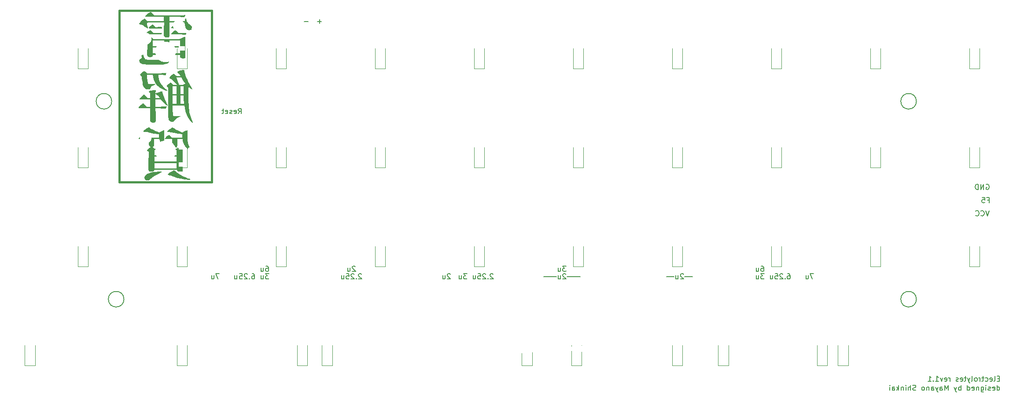
<source format=gbr>
%TF.GenerationSoftware,KiCad,Pcbnew,(6.0.4)*%
%TF.CreationDate,2022-03-28T09:41:55-07:00*%
%TF.ProjectId,Electrolytes,456c6563-7472-46f6-9c79-7465732e6b69,rev?*%
%TF.SameCoordinates,Original*%
%TF.FileFunction,Legend,Bot*%
%TF.FilePolarity,Positive*%
%FSLAX46Y46*%
G04 Gerber Fmt 4.6, Leading zero omitted, Abs format (unit mm)*
G04 Created by KiCad (PCBNEW (6.0.4)) date 2022-03-28 09:41:55*
%MOMM*%
%LPD*%
G01*
G04 APERTURE LIST*
%ADD10C,0.150000*%
%ADD11C,0.381000*%
%ADD12C,0.120000*%
%ADD13R,1.752600X1.752600*%
%ADD14C,1.752600*%
%ADD15O,1.700000X1.700000*%
%ADD16R,1.700000X1.700000*%
%ADD17C,1.750000*%
%ADD18C,3.987800*%
%ADD19C,2.250000*%
%ADD20C,2.200000*%
%ADD21C,3.048000*%
%ADD22R,2.000000X2.000000*%
%ADD23C,2.000000*%
%ADD24R,1.200000X0.900000*%
G04 APERTURE END LIST*
D10*
X158200000Y-79320000D02*
X156700000Y-79320000D01*
X46533750Y-45560750D02*
G75*
G03*
X46533750Y-45560750I-1500000J0D01*
G01*
X153200000Y-79320000D02*
X154700000Y-79320000D01*
X201289750Y-83660750D02*
G75*
G03*
X201289750Y-83660750I-1500000J0D01*
G01*
X134100000Y-79320000D02*
X136600000Y-79320000D01*
X48889750Y-83660750D02*
G75*
G03*
X48889750Y-83660750I-1500000J0D01*
G01*
X132100000Y-79320000D02*
X129600000Y-79320000D01*
X201289750Y-45560750D02*
G75*
G03*
X201289750Y-45560750I-1500000J0D01*
G01*
X84330702Y-30191178D02*
X83568797Y-30191178D01*
X216795238Y-101202380D02*
X216795238Y-100202380D01*
X216795238Y-101154761D02*
X216890476Y-101202380D01*
X217080952Y-101202380D01*
X217176190Y-101154761D01*
X217223809Y-101107142D01*
X217271428Y-101011904D01*
X217271428Y-100726190D01*
X217223809Y-100630952D01*
X217176190Y-100583333D01*
X217080952Y-100535714D01*
X216890476Y-100535714D01*
X216795238Y-100583333D01*
X215938095Y-101154761D02*
X216033333Y-101202380D01*
X216223809Y-101202380D01*
X216319047Y-101154761D01*
X216366666Y-101059523D01*
X216366666Y-100678571D01*
X216319047Y-100583333D01*
X216223809Y-100535714D01*
X216033333Y-100535714D01*
X215938095Y-100583333D01*
X215890476Y-100678571D01*
X215890476Y-100773809D01*
X216366666Y-100869047D01*
X215509523Y-101154761D02*
X215414285Y-101202380D01*
X215223809Y-101202380D01*
X215128571Y-101154761D01*
X215080952Y-101059523D01*
X215080952Y-101011904D01*
X215128571Y-100916666D01*
X215223809Y-100869047D01*
X215366666Y-100869047D01*
X215461904Y-100821428D01*
X215509523Y-100726190D01*
X215509523Y-100678571D01*
X215461904Y-100583333D01*
X215366666Y-100535714D01*
X215223809Y-100535714D01*
X215128571Y-100583333D01*
X214652380Y-101202380D02*
X214652380Y-100535714D01*
X214652380Y-100202380D02*
X214700000Y-100250000D01*
X214652380Y-100297619D01*
X214604761Y-100250000D01*
X214652380Y-100202380D01*
X214652380Y-100297619D01*
X213747619Y-100535714D02*
X213747619Y-101345238D01*
X213795238Y-101440476D01*
X213842857Y-101488095D01*
X213938095Y-101535714D01*
X214080952Y-101535714D01*
X214176190Y-101488095D01*
X213747619Y-101154761D02*
X213842857Y-101202380D01*
X214033333Y-101202380D01*
X214128571Y-101154761D01*
X214176190Y-101107142D01*
X214223809Y-101011904D01*
X214223809Y-100726190D01*
X214176190Y-100630952D01*
X214128571Y-100583333D01*
X214033333Y-100535714D01*
X213842857Y-100535714D01*
X213747619Y-100583333D01*
X213271428Y-100535714D02*
X213271428Y-101202380D01*
X213271428Y-100630952D02*
X213223809Y-100583333D01*
X213128571Y-100535714D01*
X212985714Y-100535714D01*
X212890476Y-100583333D01*
X212842857Y-100678571D01*
X212842857Y-101202380D01*
X211985714Y-101154761D02*
X212080952Y-101202380D01*
X212271428Y-101202380D01*
X212366666Y-101154761D01*
X212414285Y-101059523D01*
X212414285Y-100678571D01*
X212366666Y-100583333D01*
X212271428Y-100535714D01*
X212080952Y-100535714D01*
X211985714Y-100583333D01*
X211938095Y-100678571D01*
X211938095Y-100773809D01*
X212414285Y-100869047D01*
X211080952Y-101202380D02*
X211080952Y-100202380D01*
X211080952Y-101154761D02*
X211176190Y-101202380D01*
X211366666Y-101202380D01*
X211461904Y-101154761D01*
X211509523Y-101107142D01*
X211557142Y-101011904D01*
X211557142Y-100726190D01*
X211509523Y-100630952D01*
X211461904Y-100583333D01*
X211366666Y-100535714D01*
X211176190Y-100535714D01*
X211080952Y-100583333D01*
X209842857Y-101202380D02*
X209842857Y-100202380D01*
X209842857Y-100583333D02*
X209747619Y-100535714D01*
X209557142Y-100535714D01*
X209461904Y-100583333D01*
X209414285Y-100630952D01*
X209366666Y-100726190D01*
X209366666Y-101011904D01*
X209414285Y-101107142D01*
X209461904Y-101154761D01*
X209557142Y-101202380D01*
X209747619Y-101202380D01*
X209842857Y-101154761D01*
X209033333Y-100535714D02*
X208795238Y-101202380D01*
X208557142Y-100535714D02*
X208795238Y-101202380D01*
X208890476Y-101440476D01*
X208938095Y-101488095D01*
X209033333Y-101535714D01*
X207414285Y-101202380D02*
X207414285Y-100202380D01*
X207080952Y-100916666D01*
X206747619Y-100202380D01*
X206747619Y-101202380D01*
X205842857Y-101202380D02*
X205842857Y-100678571D01*
X205890476Y-100583333D01*
X205985714Y-100535714D01*
X206176190Y-100535714D01*
X206271428Y-100583333D01*
X205842857Y-101154761D02*
X205938095Y-101202380D01*
X206176190Y-101202380D01*
X206271428Y-101154761D01*
X206319047Y-101059523D01*
X206319047Y-100964285D01*
X206271428Y-100869047D01*
X206176190Y-100821428D01*
X205938095Y-100821428D01*
X205842857Y-100773809D01*
X205461904Y-100535714D02*
X205223809Y-101202380D01*
X204985714Y-100535714D02*
X205223809Y-101202380D01*
X205319047Y-101440476D01*
X205366666Y-101488095D01*
X205461904Y-101535714D01*
X204176190Y-101202380D02*
X204176190Y-100678571D01*
X204223809Y-100583333D01*
X204319047Y-100535714D01*
X204509523Y-100535714D01*
X204604761Y-100583333D01*
X204176190Y-101154761D02*
X204271428Y-101202380D01*
X204509523Y-101202380D01*
X204604761Y-101154761D01*
X204652380Y-101059523D01*
X204652380Y-100964285D01*
X204604761Y-100869047D01*
X204509523Y-100821428D01*
X204271428Y-100821428D01*
X204176190Y-100773809D01*
X203700000Y-100535714D02*
X203700000Y-101202380D01*
X203700000Y-100630952D02*
X203652380Y-100583333D01*
X203557142Y-100535714D01*
X203414285Y-100535714D01*
X203319047Y-100583333D01*
X203271428Y-100678571D01*
X203271428Y-101202380D01*
X202652380Y-101202380D02*
X202747619Y-101154761D01*
X202795238Y-101107142D01*
X202842857Y-101011904D01*
X202842857Y-100726190D01*
X202795238Y-100630952D01*
X202747619Y-100583333D01*
X202652380Y-100535714D01*
X202509523Y-100535714D01*
X202414285Y-100583333D01*
X202366666Y-100630952D01*
X202319047Y-100726190D01*
X202319047Y-101011904D01*
X202366666Y-101107142D01*
X202414285Y-101154761D01*
X202509523Y-101202380D01*
X202652380Y-101202380D01*
X201176190Y-101154761D02*
X201033333Y-101202380D01*
X200795238Y-101202380D01*
X200700000Y-101154761D01*
X200652380Y-101107142D01*
X200604761Y-101011904D01*
X200604761Y-100916666D01*
X200652380Y-100821428D01*
X200700000Y-100773809D01*
X200795238Y-100726190D01*
X200985714Y-100678571D01*
X201080952Y-100630952D01*
X201128571Y-100583333D01*
X201176190Y-100488095D01*
X201176190Y-100392857D01*
X201128571Y-100297619D01*
X201080952Y-100250000D01*
X200985714Y-100202380D01*
X200747619Y-100202380D01*
X200604761Y-100250000D01*
X200176190Y-101202380D02*
X200176190Y-100202380D01*
X199747619Y-101202380D02*
X199747619Y-100678571D01*
X199795238Y-100583333D01*
X199890476Y-100535714D01*
X200033333Y-100535714D01*
X200128571Y-100583333D01*
X200176190Y-100630952D01*
X199271428Y-101202380D02*
X199271428Y-100535714D01*
X199271428Y-100202380D02*
X199319047Y-100250000D01*
X199271428Y-100297619D01*
X199223809Y-100250000D01*
X199271428Y-100202380D01*
X199271428Y-100297619D01*
X198795238Y-100535714D02*
X198795238Y-101202380D01*
X198795238Y-100630952D02*
X198747619Y-100583333D01*
X198652380Y-100535714D01*
X198509523Y-100535714D01*
X198414285Y-100583333D01*
X198366666Y-100678571D01*
X198366666Y-101202380D01*
X197890476Y-101202380D02*
X197890476Y-100202380D01*
X197795238Y-100821428D02*
X197509523Y-101202380D01*
X197509523Y-100535714D02*
X197890476Y-100916666D01*
X196652380Y-101202380D02*
X196652380Y-100678571D01*
X196700000Y-100583333D01*
X196795238Y-100535714D01*
X196985714Y-100535714D01*
X197080952Y-100583333D01*
X196652380Y-101154761D02*
X196747619Y-101202380D01*
X196985714Y-101202380D01*
X197080952Y-101154761D01*
X197128571Y-101059523D01*
X197128571Y-100964285D01*
X197080952Y-100869047D01*
X196985714Y-100821428D01*
X196747619Y-100821428D01*
X196652380Y-100773809D01*
X196176190Y-101202380D02*
X196176190Y-100535714D01*
X196176190Y-100202380D02*
X196223809Y-100250000D01*
X196176190Y-100297619D01*
X196128571Y-100250000D01*
X196176190Y-100202380D01*
X196176190Y-100297619D01*
X176542030Y-78772380D02*
X176732507Y-78772380D01*
X176827745Y-78820000D01*
X176875364Y-78867619D01*
X176970602Y-79010476D01*
X177018221Y-79200952D01*
X177018221Y-79581904D01*
X176970602Y-79677142D01*
X176922983Y-79724761D01*
X176827745Y-79772380D01*
X176637269Y-79772380D01*
X176542030Y-79724761D01*
X176494411Y-79677142D01*
X176446792Y-79581904D01*
X176446792Y-79343809D01*
X176494411Y-79248571D01*
X176542030Y-79200952D01*
X176637269Y-79153333D01*
X176827745Y-79153333D01*
X176922983Y-79200952D01*
X176970602Y-79248571D01*
X177018221Y-79343809D01*
X176018221Y-79677142D02*
X175970602Y-79724761D01*
X176018221Y-79772380D01*
X176065840Y-79724761D01*
X176018221Y-79677142D01*
X176018221Y-79772380D01*
X175589650Y-78867619D02*
X175542030Y-78820000D01*
X175446792Y-78772380D01*
X175208697Y-78772380D01*
X175113459Y-78820000D01*
X175065840Y-78867619D01*
X175018221Y-78962857D01*
X175018221Y-79058095D01*
X175065840Y-79200952D01*
X175637269Y-79772380D01*
X175018221Y-79772380D01*
X174113459Y-78772380D02*
X174589650Y-78772380D01*
X174637269Y-79248571D01*
X174589650Y-79200952D01*
X174494411Y-79153333D01*
X174256316Y-79153333D01*
X174161078Y-79200952D01*
X174113459Y-79248571D01*
X174065840Y-79343809D01*
X174065840Y-79581904D01*
X174113459Y-79677142D01*
X174161078Y-79724761D01*
X174256316Y-79772380D01*
X174494411Y-79772380D01*
X174589650Y-79724761D01*
X174637269Y-79677142D01*
X173208697Y-79105714D02*
X173208697Y-79772380D01*
X173637269Y-79105714D02*
X173637269Y-79629523D01*
X173589650Y-79724761D01*
X173494411Y-79772380D01*
X173351554Y-79772380D01*
X173256316Y-79724761D01*
X173208697Y-79677142D01*
X214711904Y-61585750D02*
X214807142Y-61538130D01*
X214950000Y-61538130D01*
X215092857Y-61585750D01*
X215188095Y-61680988D01*
X215235714Y-61776226D01*
X215283333Y-61966702D01*
X215283333Y-62109559D01*
X215235714Y-62300035D01*
X215188095Y-62395273D01*
X215092857Y-62490511D01*
X214950000Y-62538130D01*
X214854761Y-62538130D01*
X214711904Y-62490511D01*
X214664285Y-62442892D01*
X214664285Y-62109559D01*
X214854761Y-62109559D01*
X214235714Y-62538130D02*
X214235714Y-61538130D01*
X213664285Y-62538130D01*
X213664285Y-61538130D01*
X213188095Y-62538130D02*
X213188095Y-61538130D01*
X212950000Y-61538130D01*
X212807142Y-61585750D01*
X212711904Y-61680988D01*
X212664285Y-61776226D01*
X212616666Y-61966702D01*
X212616666Y-62109559D01*
X212664285Y-62300035D01*
X212711904Y-62395273D01*
X212807142Y-62490511D01*
X212950000Y-62538130D01*
X213188095Y-62538130D01*
X133852845Y-78867619D02*
X133805226Y-78820000D01*
X133709988Y-78772380D01*
X133471892Y-78772380D01*
X133376654Y-78820000D01*
X133329035Y-78867619D01*
X133281416Y-78962857D01*
X133281416Y-79058095D01*
X133329035Y-79200952D01*
X133900464Y-79772380D01*
X133281416Y-79772380D01*
X132424273Y-79105714D02*
X132424273Y-79772380D01*
X132852845Y-79105714D02*
X132852845Y-79629523D01*
X132805226Y-79724761D01*
X132709988Y-79772380D01*
X132567130Y-79772380D01*
X132471892Y-79724761D01*
X132424273Y-79677142D01*
X156474720Y-78867619D02*
X156427101Y-78820000D01*
X156331863Y-78772380D01*
X156093767Y-78772380D01*
X155998529Y-78820000D01*
X155950910Y-78867619D01*
X155903291Y-78962857D01*
X155903291Y-79058095D01*
X155950910Y-79200952D01*
X156522339Y-79772380D01*
X155903291Y-79772380D01*
X155046148Y-79105714D02*
X155046148Y-79772380D01*
X155474720Y-79105714D02*
X155474720Y-79629523D01*
X155427101Y-79724761D01*
X155331863Y-79772380D01*
X155189005Y-79772380D01*
X155093767Y-79724761D01*
X155046148Y-79677142D01*
X114850464Y-78772380D02*
X114231416Y-78772380D01*
X114564750Y-79153333D01*
X114421892Y-79153333D01*
X114326654Y-79200952D01*
X114279035Y-79248571D01*
X114231416Y-79343809D01*
X114231416Y-79581904D01*
X114279035Y-79677142D01*
X114326654Y-79724761D01*
X114421892Y-79772380D01*
X114707607Y-79772380D01*
X114802845Y-79724761D01*
X114850464Y-79677142D01*
X113374273Y-79105714D02*
X113374273Y-79772380D01*
X113802845Y-79105714D02*
X113802845Y-79629523D01*
X113755226Y-79724761D01*
X113659988Y-79772380D01*
X113517130Y-79772380D01*
X113421892Y-79724761D01*
X113374273Y-79677142D01*
X94562071Y-78867619D02*
X94514452Y-78820000D01*
X94419214Y-78772380D01*
X94181119Y-78772380D01*
X94085880Y-78820000D01*
X94038261Y-78867619D01*
X93990642Y-78962857D01*
X93990642Y-79058095D01*
X94038261Y-79200952D01*
X94609690Y-79772380D01*
X93990642Y-79772380D01*
X93562071Y-79677142D02*
X93514452Y-79724761D01*
X93562071Y-79772380D01*
X93609690Y-79724761D01*
X93562071Y-79677142D01*
X93562071Y-79772380D01*
X93133500Y-78867619D02*
X93085880Y-78820000D01*
X92990642Y-78772380D01*
X92752547Y-78772380D01*
X92657309Y-78820000D01*
X92609690Y-78867619D01*
X92562071Y-78962857D01*
X92562071Y-79058095D01*
X92609690Y-79200952D01*
X93181119Y-79772380D01*
X92562071Y-79772380D01*
X91657309Y-78772380D02*
X92133500Y-78772380D01*
X92181119Y-79248571D01*
X92133500Y-79200952D01*
X92038261Y-79153333D01*
X91800166Y-79153333D01*
X91704928Y-79200952D01*
X91657309Y-79248571D01*
X91609690Y-79343809D01*
X91609690Y-79581904D01*
X91657309Y-79677142D01*
X91704928Y-79724761D01*
X91800166Y-79772380D01*
X92038261Y-79772380D01*
X92133500Y-79724761D01*
X92181119Y-79677142D01*
X90752547Y-79105714D02*
X90752547Y-79772380D01*
X91181119Y-79105714D02*
X91181119Y-79629523D01*
X91133500Y-79724761D01*
X91038261Y-79772380D01*
X90895404Y-79772380D01*
X90800166Y-79724761D01*
X90752547Y-79677142D01*
X217258333Y-98928571D02*
X216925000Y-98928571D01*
X216782142Y-99452380D02*
X217258333Y-99452380D01*
X217258333Y-98452380D01*
X216782142Y-98452380D01*
X216210714Y-99452380D02*
X216305952Y-99404761D01*
X216353571Y-99309523D01*
X216353571Y-98452380D01*
X215448809Y-99404761D02*
X215544047Y-99452380D01*
X215734523Y-99452380D01*
X215829761Y-99404761D01*
X215877380Y-99309523D01*
X215877380Y-98928571D01*
X215829761Y-98833333D01*
X215734523Y-98785714D01*
X215544047Y-98785714D01*
X215448809Y-98833333D01*
X215401190Y-98928571D01*
X215401190Y-99023809D01*
X215877380Y-99119047D01*
X214544047Y-99404761D02*
X214639285Y-99452380D01*
X214829761Y-99452380D01*
X214925000Y-99404761D01*
X214972619Y-99357142D01*
X215020238Y-99261904D01*
X215020238Y-98976190D01*
X214972619Y-98880952D01*
X214925000Y-98833333D01*
X214829761Y-98785714D01*
X214639285Y-98785714D01*
X214544047Y-98833333D01*
X214258333Y-98785714D02*
X213877380Y-98785714D01*
X214115476Y-98452380D02*
X214115476Y-99309523D01*
X214067857Y-99404761D01*
X213972619Y-99452380D01*
X213877380Y-99452380D01*
X213544047Y-99452380D02*
X213544047Y-98785714D01*
X213544047Y-98976190D02*
X213496428Y-98880952D01*
X213448809Y-98833333D01*
X213353571Y-98785714D01*
X213258333Y-98785714D01*
X212782142Y-99452380D02*
X212877380Y-99404761D01*
X212925000Y-99357142D01*
X212972619Y-99261904D01*
X212972619Y-98976190D01*
X212925000Y-98880952D01*
X212877380Y-98833333D01*
X212782142Y-98785714D01*
X212639285Y-98785714D01*
X212544047Y-98833333D01*
X212496428Y-98880952D01*
X212448809Y-98976190D01*
X212448809Y-99261904D01*
X212496428Y-99357142D01*
X212544047Y-99404761D01*
X212639285Y-99452380D01*
X212782142Y-99452380D01*
X211877380Y-99452380D02*
X211972619Y-99404761D01*
X212020238Y-99309523D01*
X212020238Y-98452380D01*
X211591666Y-98785714D02*
X211353571Y-99452380D01*
X211115476Y-98785714D02*
X211353571Y-99452380D01*
X211448809Y-99690476D01*
X211496428Y-99738095D01*
X211591666Y-99785714D01*
X210877380Y-98785714D02*
X210496428Y-98785714D01*
X210734523Y-98452380D02*
X210734523Y-99309523D01*
X210686904Y-99404761D01*
X210591666Y-99452380D01*
X210496428Y-99452380D01*
X209782142Y-99404761D02*
X209877380Y-99452380D01*
X210067857Y-99452380D01*
X210163095Y-99404761D01*
X210210714Y-99309523D01*
X210210714Y-98928571D01*
X210163095Y-98833333D01*
X210067857Y-98785714D01*
X209877380Y-98785714D01*
X209782142Y-98833333D01*
X209734523Y-98928571D01*
X209734523Y-99023809D01*
X210210714Y-99119047D01*
X209353571Y-99404761D02*
X209258333Y-99452380D01*
X209067857Y-99452380D01*
X208972619Y-99404761D01*
X208925000Y-99309523D01*
X208925000Y-99261904D01*
X208972619Y-99166666D01*
X209067857Y-99119047D01*
X209210714Y-99119047D01*
X209305952Y-99071428D01*
X209353571Y-98976190D01*
X209353571Y-98928571D01*
X209305952Y-98833333D01*
X209210714Y-98785714D01*
X209067857Y-98785714D01*
X208972619Y-98833333D01*
X207734523Y-99452380D02*
X207734523Y-98785714D01*
X207734523Y-98976190D02*
X207686904Y-98880952D01*
X207639285Y-98833333D01*
X207544047Y-98785714D01*
X207448809Y-98785714D01*
X206734523Y-99404761D02*
X206829761Y-99452380D01*
X207020238Y-99452380D01*
X207115476Y-99404761D01*
X207163095Y-99309523D01*
X207163095Y-98928571D01*
X207115476Y-98833333D01*
X207020238Y-98785714D01*
X206829761Y-98785714D01*
X206734523Y-98833333D01*
X206686904Y-98928571D01*
X206686904Y-99023809D01*
X207163095Y-99119047D01*
X206353571Y-98785714D02*
X206115476Y-99452380D01*
X205877380Y-98785714D01*
X204972619Y-99452380D02*
X205544047Y-99452380D01*
X205258333Y-99452380D02*
X205258333Y-98452380D01*
X205353571Y-98595238D01*
X205448809Y-98690476D01*
X205544047Y-98738095D01*
X204544047Y-99357142D02*
X204496428Y-99404761D01*
X204544047Y-99452380D01*
X204591666Y-99404761D01*
X204544047Y-99357142D01*
X204544047Y-99452380D01*
X203544047Y-99452380D02*
X204115476Y-99452380D01*
X203829761Y-99452380D02*
X203829761Y-98452380D01*
X203925000Y-98595238D01*
X204020238Y-98690476D01*
X204115476Y-98738095D01*
X93371595Y-77397619D02*
X93323976Y-77350000D01*
X93228738Y-77302380D01*
X92990642Y-77302380D01*
X92895404Y-77350000D01*
X92847785Y-77397619D01*
X92800166Y-77492857D01*
X92800166Y-77588095D01*
X92847785Y-77730952D01*
X93419214Y-78302380D01*
X92800166Y-78302380D01*
X91943023Y-77635714D02*
X91943023Y-78302380D01*
X92371595Y-77635714D02*
X92371595Y-78159523D01*
X92323976Y-78254761D01*
X92228738Y-78302380D01*
X92085880Y-78302380D01*
X91990642Y-78254761D01*
X91943023Y-78207142D01*
X181525464Y-78772380D02*
X180858797Y-78772380D01*
X181287369Y-79772380D01*
X180049273Y-79105714D02*
X180049273Y-79772380D01*
X180477845Y-79105714D02*
X180477845Y-79629523D01*
X180430226Y-79724761D01*
X180334988Y-79772380D01*
X180192130Y-79772380D01*
X180096892Y-79724761D01*
X180049273Y-79677142D01*
X171476654Y-77302380D02*
X171667130Y-77302380D01*
X171762369Y-77350000D01*
X171809988Y-77397619D01*
X171905226Y-77540476D01*
X171952845Y-77730952D01*
X171952845Y-78111904D01*
X171905226Y-78207142D01*
X171857607Y-78254761D01*
X171762369Y-78302380D01*
X171571892Y-78302380D01*
X171476654Y-78254761D01*
X171429035Y-78207142D01*
X171381416Y-78111904D01*
X171381416Y-77873809D01*
X171429035Y-77778571D01*
X171476654Y-77730952D01*
X171571892Y-77683333D01*
X171762369Y-77683333D01*
X171857607Y-77730952D01*
X171905226Y-77778571D01*
X171952845Y-77873809D01*
X170524273Y-77635714D02*
X170524273Y-78302380D01*
X170952845Y-77635714D02*
X170952845Y-78159523D01*
X170905226Y-78254761D01*
X170809988Y-78302380D01*
X170667130Y-78302380D01*
X170571892Y-78254761D01*
X170524273Y-78207142D01*
X70893095Y-47952380D02*
X71226428Y-47476190D01*
X71464523Y-47952380D02*
X71464523Y-46952380D01*
X71083571Y-46952380D01*
X70988333Y-47000000D01*
X70940714Y-47047619D01*
X70893095Y-47142857D01*
X70893095Y-47285714D01*
X70940714Y-47380952D01*
X70988333Y-47428571D01*
X71083571Y-47476190D01*
X71464523Y-47476190D01*
X70083571Y-47904761D02*
X70178809Y-47952380D01*
X70369285Y-47952380D01*
X70464523Y-47904761D01*
X70512142Y-47809523D01*
X70512142Y-47428571D01*
X70464523Y-47333333D01*
X70369285Y-47285714D01*
X70178809Y-47285714D01*
X70083571Y-47333333D01*
X70035952Y-47428571D01*
X70035952Y-47523809D01*
X70512142Y-47619047D01*
X69655000Y-47904761D02*
X69559761Y-47952380D01*
X69369285Y-47952380D01*
X69274047Y-47904761D01*
X69226428Y-47809523D01*
X69226428Y-47761904D01*
X69274047Y-47666666D01*
X69369285Y-47619047D01*
X69512142Y-47619047D01*
X69607380Y-47571428D01*
X69655000Y-47476190D01*
X69655000Y-47428571D01*
X69607380Y-47333333D01*
X69512142Y-47285714D01*
X69369285Y-47285714D01*
X69274047Y-47333333D01*
X68416904Y-47904761D02*
X68512142Y-47952380D01*
X68702619Y-47952380D01*
X68797857Y-47904761D01*
X68845476Y-47809523D01*
X68845476Y-47428571D01*
X68797857Y-47333333D01*
X68702619Y-47285714D01*
X68512142Y-47285714D01*
X68416904Y-47333333D01*
X68369285Y-47428571D01*
X68369285Y-47523809D01*
X68845476Y-47619047D01*
X68083571Y-47285714D02*
X67702619Y-47285714D01*
X67940714Y-46952380D02*
X67940714Y-47809523D01*
X67893095Y-47904761D01*
X67797857Y-47952380D01*
X67702619Y-47952380D01*
X133900464Y-77302380D02*
X133281416Y-77302380D01*
X133614750Y-77683333D01*
X133471892Y-77683333D01*
X133376654Y-77730952D01*
X133329035Y-77778571D01*
X133281416Y-77873809D01*
X133281416Y-78111904D01*
X133329035Y-78207142D01*
X133376654Y-78254761D01*
X133471892Y-78302380D01*
X133757607Y-78302380D01*
X133852845Y-78254761D01*
X133900464Y-78207142D01*
X132424273Y-77635714D02*
X132424273Y-78302380D01*
X132852845Y-77635714D02*
X132852845Y-78159523D01*
X132805226Y-78254761D01*
X132709988Y-78302380D01*
X132567130Y-78302380D01*
X132471892Y-78254761D01*
X132424273Y-78207142D01*
X76226654Y-77302380D02*
X76417130Y-77302380D01*
X76512369Y-77350000D01*
X76559988Y-77397619D01*
X76655226Y-77540476D01*
X76702845Y-77730952D01*
X76702845Y-78111904D01*
X76655226Y-78207142D01*
X76607607Y-78254761D01*
X76512369Y-78302380D01*
X76321892Y-78302380D01*
X76226654Y-78254761D01*
X76179035Y-78207142D01*
X76131416Y-78111904D01*
X76131416Y-77873809D01*
X76179035Y-77778571D01*
X76226654Y-77730952D01*
X76321892Y-77683333D01*
X76512369Y-77683333D01*
X76607607Y-77730952D01*
X76655226Y-77778571D01*
X76702845Y-77873809D01*
X75274273Y-77635714D02*
X75274273Y-78302380D01*
X75702845Y-77635714D02*
X75702845Y-78159523D01*
X75655226Y-78254761D01*
X75559988Y-78302380D01*
X75417130Y-78302380D01*
X75321892Y-78254761D01*
X75274273Y-78207142D01*
X214933333Y-64554321D02*
X215266666Y-64554321D01*
X215266666Y-65078130D02*
X215266666Y-64078130D01*
X214790476Y-64078130D01*
X213933333Y-64078130D02*
X214409523Y-64078130D01*
X214457142Y-64554321D01*
X214409523Y-64506702D01*
X214314285Y-64459083D01*
X214076190Y-64459083D01*
X213980952Y-64506702D01*
X213933333Y-64554321D01*
X213885714Y-64649559D01*
X213885714Y-64887654D01*
X213933333Y-64982892D01*
X213980952Y-65030511D01*
X214076190Y-65078130D01*
X214314285Y-65078130D01*
X214409523Y-65030511D01*
X214457142Y-64982892D01*
X119874571Y-78867619D02*
X119826952Y-78820000D01*
X119731714Y-78772380D01*
X119493619Y-78772380D01*
X119398380Y-78820000D01*
X119350761Y-78867619D01*
X119303142Y-78962857D01*
X119303142Y-79058095D01*
X119350761Y-79200952D01*
X119922190Y-79772380D01*
X119303142Y-79772380D01*
X118874571Y-79677142D02*
X118826952Y-79724761D01*
X118874571Y-79772380D01*
X118922190Y-79724761D01*
X118874571Y-79677142D01*
X118874571Y-79772380D01*
X118446000Y-78867619D02*
X118398380Y-78820000D01*
X118303142Y-78772380D01*
X118065047Y-78772380D01*
X117969809Y-78820000D01*
X117922190Y-78867619D01*
X117874571Y-78962857D01*
X117874571Y-79058095D01*
X117922190Y-79200952D01*
X118493619Y-79772380D01*
X117874571Y-79772380D01*
X116969809Y-78772380D02*
X117446000Y-78772380D01*
X117493619Y-79248571D01*
X117446000Y-79200952D01*
X117350761Y-79153333D01*
X117112666Y-79153333D01*
X117017428Y-79200952D01*
X116969809Y-79248571D01*
X116922190Y-79343809D01*
X116922190Y-79581904D01*
X116969809Y-79677142D01*
X117017428Y-79724761D01*
X117112666Y-79772380D01*
X117350761Y-79772380D01*
X117446000Y-79724761D01*
X117493619Y-79677142D01*
X116065047Y-79105714D02*
X116065047Y-79772380D01*
X116493619Y-79105714D02*
X116493619Y-79629523D01*
X116446000Y-79724761D01*
X116350761Y-79772380D01*
X116207904Y-79772380D01*
X116112666Y-79724761D01*
X116065047Y-79677142D01*
X111638095Y-78867619D02*
X111590476Y-78820000D01*
X111495238Y-78772380D01*
X111257142Y-78772380D01*
X111161904Y-78820000D01*
X111114285Y-78867619D01*
X111066666Y-78962857D01*
X111066666Y-79058095D01*
X111114285Y-79200952D01*
X111685714Y-79772380D01*
X111066666Y-79772380D01*
X110209523Y-79105714D02*
X110209523Y-79772380D01*
X110638095Y-79105714D02*
X110638095Y-79629523D01*
X110590476Y-79724761D01*
X110495238Y-79772380D01*
X110352380Y-79772380D01*
X110257142Y-79724761D01*
X110209523Y-79677142D01*
X215283333Y-66618130D02*
X214950000Y-67618130D01*
X214616666Y-66618130D01*
X213711904Y-67522892D02*
X213759523Y-67570511D01*
X213902380Y-67618130D01*
X213997619Y-67618130D01*
X214140476Y-67570511D01*
X214235714Y-67475273D01*
X214283333Y-67380035D01*
X214330952Y-67189559D01*
X214330952Y-67046702D01*
X214283333Y-66856226D01*
X214235714Y-66760988D01*
X214140476Y-66665750D01*
X213997619Y-66618130D01*
X213902380Y-66618130D01*
X213759523Y-66665750D01*
X213711904Y-66713369D01*
X212711904Y-67522892D02*
X212759523Y-67570511D01*
X212902380Y-67618130D01*
X212997619Y-67618130D01*
X213140476Y-67570511D01*
X213235714Y-67475273D01*
X213283333Y-67380035D01*
X213330952Y-67189559D01*
X213330952Y-67046702D01*
X213283333Y-66856226D01*
X213235714Y-66760988D01*
X213140476Y-66665750D01*
X212997619Y-66618130D01*
X212902380Y-66618130D01*
X212759523Y-66665750D01*
X212711904Y-66713369D01*
X172000464Y-78772380D02*
X171381416Y-78772380D01*
X171714750Y-79153333D01*
X171571892Y-79153333D01*
X171476654Y-79200952D01*
X171429035Y-79248571D01*
X171381416Y-79343809D01*
X171381416Y-79581904D01*
X171429035Y-79677142D01*
X171476654Y-79724761D01*
X171571892Y-79772380D01*
X171857607Y-79772380D01*
X171952845Y-79724761D01*
X172000464Y-79677142D01*
X170524273Y-79105714D02*
X170524273Y-79772380D01*
X170952845Y-79105714D02*
X170952845Y-79629523D01*
X170905226Y-79724761D01*
X170809988Y-79772380D01*
X170667130Y-79772380D01*
X170571892Y-79724761D01*
X170524273Y-79677142D01*
X73542230Y-78772380D02*
X73732707Y-78772380D01*
X73827945Y-78820000D01*
X73875564Y-78867619D01*
X73970802Y-79010476D01*
X74018421Y-79200952D01*
X74018421Y-79581904D01*
X73970802Y-79677142D01*
X73923183Y-79724761D01*
X73827945Y-79772380D01*
X73637469Y-79772380D01*
X73542230Y-79724761D01*
X73494611Y-79677142D01*
X73446992Y-79581904D01*
X73446992Y-79343809D01*
X73494611Y-79248571D01*
X73542230Y-79200952D01*
X73637469Y-79153333D01*
X73827945Y-79153333D01*
X73923183Y-79200952D01*
X73970802Y-79248571D01*
X74018421Y-79343809D01*
X73018421Y-79677142D02*
X72970802Y-79724761D01*
X73018421Y-79772380D01*
X73066040Y-79724761D01*
X73018421Y-79677142D01*
X73018421Y-79772380D01*
X72589850Y-78867619D02*
X72542230Y-78820000D01*
X72446992Y-78772380D01*
X72208897Y-78772380D01*
X72113659Y-78820000D01*
X72066040Y-78867619D01*
X72018421Y-78962857D01*
X72018421Y-79058095D01*
X72066040Y-79200952D01*
X72637469Y-79772380D01*
X72018421Y-79772380D01*
X71113659Y-78772380D02*
X71589850Y-78772380D01*
X71637469Y-79248571D01*
X71589850Y-79200952D01*
X71494611Y-79153333D01*
X71256516Y-79153333D01*
X71161278Y-79200952D01*
X71113659Y-79248571D01*
X71066040Y-79343809D01*
X71066040Y-79581904D01*
X71113659Y-79677142D01*
X71161278Y-79724761D01*
X71256516Y-79772380D01*
X71494611Y-79772380D01*
X71589850Y-79724761D01*
X71637469Y-79677142D01*
X70208897Y-79105714D02*
X70208897Y-79772380D01*
X70637469Y-79105714D02*
X70637469Y-79629523D01*
X70589850Y-79724761D01*
X70494611Y-79772380D01*
X70351754Y-79772380D01*
X70256516Y-79724761D01*
X70208897Y-79677142D01*
X76750464Y-78772380D02*
X76131416Y-78772380D01*
X76464750Y-79153333D01*
X76321892Y-79153333D01*
X76226654Y-79200952D01*
X76179035Y-79248571D01*
X76131416Y-79343809D01*
X76131416Y-79581904D01*
X76179035Y-79677142D01*
X76226654Y-79724761D01*
X76321892Y-79772380D01*
X76607607Y-79772380D01*
X76702845Y-79724761D01*
X76750464Y-79677142D01*
X75274273Y-79105714D02*
X75274273Y-79772380D01*
X75702845Y-79105714D02*
X75702845Y-79629523D01*
X75655226Y-79724761D01*
X75559988Y-79772380D01*
X75417130Y-79772380D01*
X75321892Y-79724761D01*
X75274273Y-79677142D01*
X86870702Y-30191178D02*
X86108797Y-30191178D01*
X86489750Y-30572130D02*
X86489750Y-29810226D01*
X67225464Y-78772380D02*
X66558797Y-78772380D01*
X66987369Y-79772380D01*
X65749273Y-79105714D02*
X65749273Y-79772380D01*
X66177845Y-79105714D02*
X66177845Y-79629523D01*
X66130226Y-79724761D01*
X66034988Y-79772380D01*
X65892130Y-79772380D01*
X65796892Y-79724761D01*
X65749273Y-79677142D01*
D11*
%TO.C,U1*%
X65804750Y-28059750D02*
X48024750Y-28059750D01*
X65804750Y-61079750D02*
X65804750Y-28059750D01*
X48024750Y-28059750D02*
X48024750Y-61079750D01*
X48024750Y-61079750D02*
X65804750Y-61079750D01*
D12*
%TO.C,D31*%
X59050000Y-96400000D02*
X59050000Y-92500000D01*
X61050000Y-96400000D02*
X59050000Y-96400000D01*
X61050000Y-96400000D02*
X61050000Y-92500000D01*
%TO.C,Ge*%
G36*
X55812424Y-59116792D02*
G01*
X56037981Y-59124657D01*
X56191791Y-59139384D01*
X56255153Y-59159838D01*
X56255816Y-59166400D01*
X56202641Y-59214445D01*
X56073728Y-59281988D01*
X55892039Y-59356588D01*
X55590552Y-59478560D01*
X54952696Y-59811922D01*
X54379604Y-60219105D01*
X54333173Y-60257187D01*
X54127626Y-60420865D01*
X53931388Y-60570459D01*
X53781424Y-60677635D01*
X53668952Y-60743734D01*
X53423102Y-60824864D01*
X53201426Y-60813062D01*
X53018677Y-60710919D01*
X52889606Y-60521025D01*
X52885688Y-60511375D01*
X52846207Y-60271903D01*
X52897626Y-60015366D01*
X53033887Y-59773150D01*
X53143284Y-59667238D01*
X53386004Y-59521589D01*
X53712034Y-59392200D01*
X54106163Y-59283046D01*
X54553181Y-59198105D01*
X55037879Y-59141351D01*
X55545045Y-59116760D01*
X55812424Y-59116792D01*
G37*
G36*
X54033718Y-31902654D02*
G01*
X54178267Y-31989126D01*
X54349791Y-32157427D01*
X54608664Y-32437542D01*
X55403024Y-32413644D01*
X56197385Y-32389746D01*
X56164093Y-32529551D01*
X56138431Y-32628463D01*
X56115486Y-32697915D01*
X56083523Y-32704989D01*
X55957312Y-32711696D01*
X55751397Y-32715165D01*
X55482863Y-32715711D01*
X55168792Y-32713651D01*
X54826270Y-32709303D01*
X54472379Y-32702982D01*
X54124205Y-32695007D01*
X53798830Y-32685693D01*
X53513338Y-32675357D01*
X53284814Y-32664316D01*
X53130341Y-32652887D01*
X53067003Y-32641387D01*
X53050173Y-32589203D01*
X53108838Y-32476581D01*
X53260616Y-32320148D01*
X53502908Y-32122994D01*
X53721594Y-31970972D01*
X53890157Y-31896955D01*
X54033718Y-31902654D01*
G37*
G36*
X54046261Y-28386060D02*
G01*
X54152177Y-28445660D01*
X54300288Y-28559465D01*
X54465867Y-28709140D01*
X54802887Y-29036882D01*
X57481816Y-29033626D01*
X57508618Y-29033591D01*
X58047837Y-29031999D01*
X58560646Y-29028851D01*
X59035213Y-29024333D01*
X59459702Y-29018629D01*
X59822280Y-29011925D01*
X60111112Y-29004405D01*
X60314366Y-28996256D01*
X60420207Y-28987662D01*
X60578129Y-28965347D01*
X60657715Y-28977583D01*
X60666287Y-29044481D01*
X60622608Y-29184265D01*
X60565547Y-29347951D01*
X59093145Y-29321380D01*
X57620744Y-29294808D01*
X57620744Y-30129355D01*
X60610661Y-30129355D01*
X60640854Y-29904246D01*
X60648350Y-29856072D01*
X60684133Y-29710227D01*
X60725222Y-29624963D01*
X60802820Y-29594675D01*
X60870121Y-29649045D01*
X60898164Y-29770657D01*
X60913677Y-29900180D01*
X60979117Y-30121734D01*
X61076996Y-30340370D01*
X61186784Y-30503929D01*
X61262310Y-30574886D01*
X61417149Y-30697703D01*
X61593059Y-30820253D01*
X61650021Y-30858321D01*
X61865497Y-31041558D01*
X61977766Y-31227503D01*
X61991338Y-31428005D01*
X61910721Y-31654911D01*
X61870406Y-31724350D01*
X61776406Y-31819182D01*
X61639057Y-31865196D01*
X61426277Y-31877108D01*
X61169540Y-31839710D01*
X60960336Y-31721595D01*
X60799313Y-31517045D01*
X60682003Y-31220353D01*
X60603941Y-30825807D01*
X60546979Y-30402473D01*
X57615452Y-30402473D01*
X57624620Y-31735416D01*
X57625656Y-32002864D01*
X57624417Y-32352628D01*
X57620326Y-32656199D01*
X57613727Y-32897817D01*
X57604959Y-33061720D01*
X57594365Y-33132147D01*
X57547580Y-33180158D01*
X57437628Y-33246238D01*
X57390339Y-33260329D01*
X57234788Y-33278551D01*
X57050410Y-33276737D01*
X56904640Y-33258772D01*
X56762175Y-33205721D01*
X56646768Y-33101455D01*
X56513031Y-32945976D01*
X56551926Y-31674225D01*
X56590821Y-30402473D01*
X54948148Y-30402473D01*
X54593474Y-30402671D01*
X54198772Y-30403896D01*
X53893575Y-30406817D01*
X53666517Y-30412082D01*
X53506231Y-30420341D01*
X53401350Y-30432242D01*
X53340509Y-30448436D01*
X53312339Y-30469570D01*
X53305475Y-30496295D01*
X53306988Y-30517330D01*
X53327903Y-30639507D01*
X53368259Y-30825742D01*
X53421471Y-31044887D01*
X53442391Y-31129427D01*
X53485233Y-31324553D01*
X53508552Y-31466603D01*
X53507695Y-31529429D01*
X53504611Y-31531674D01*
X53432753Y-31518392D01*
X53298981Y-31451523D01*
X53124640Y-31344117D01*
X52931077Y-31209222D01*
X52739635Y-31059888D01*
X52722431Y-31045685D01*
X52550502Y-30919394D01*
X52408526Y-30856515D01*
X52258087Y-30839463D01*
X52040374Y-30816902D01*
X51888258Y-30742547D01*
X51833737Y-30622488D01*
X51879397Y-30463113D01*
X52027828Y-30270814D01*
X52085339Y-30213197D01*
X52258646Y-30053002D01*
X52442685Y-29897746D01*
X52615007Y-29765042D01*
X52753164Y-29672503D01*
X52834706Y-29637742D01*
X52892966Y-29666037D01*
X53005688Y-29755004D01*
X53141604Y-29883549D01*
X53382845Y-30129355D01*
X56582895Y-30129355D01*
X56582895Y-29311473D01*
X54771193Y-29297081D01*
X54517168Y-29294809D01*
X54018250Y-29288328D01*
X53620834Y-29279815D01*
X53319558Y-29269046D01*
X53109059Y-29255798D01*
X52983973Y-29239848D01*
X52938937Y-29220974D01*
X52953241Y-29162174D01*
X53039561Y-29051127D01*
X53182581Y-28913222D01*
X53361604Y-28764476D01*
X53555935Y-28620904D01*
X53744878Y-28498523D01*
X53907737Y-28413349D01*
X54023816Y-28381398D01*
X54046261Y-28386060D01*
G37*
G36*
X58813686Y-31877330D02*
G01*
X58892524Y-31916740D01*
X59015673Y-32017311D01*
X59156906Y-32157680D01*
X59416012Y-32438048D01*
X60157088Y-32412914D01*
X60236564Y-32410458D01*
X60496280Y-32406058D01*
X60706334Y-32408046D01*
X60846902Y-32415980D01*
X60898164Y-32429420D01*
X60887141Y-32484806D01*
X60849830Y-32598187D01*
X60801497Y-32725313D01*
X59415959Y-32705873D01*
X59098637Y-32700368D01*
X58748693Y-32691644D01*
X58447501Y-32681218D01*
X58210183Y-32669723D01*
X58051863Y-32657793D01*
X57987663Y-32646060D01*
X57970847Y-32613974D01*
X57978746Y-32517499D01*
X58001400Y-32481679D01*
X58099202Y-32380466D01*
X58246759Y-32252742D01*
X58417981Y-32118535D01*
X58586774Y-31997875D01*
X58727048Y-31910791D01*
X58812711Y-31877312D01*
X58813686Y-31877330D01*
G37*
G36*
X58879131Y-59124571D02*
G01*
X58909454Y-59149738D01*
X59151529Y-59336696D01*
X59427314Y-59531933D01*
X59682872Y-59697032D01*
X59866309Y-59799903D01*
X60140013Y-59937727D01*
X60447983Y-60080887D01*
X60764055Y-60218090D01*
X61062067Y-60338045D01*
X61315859Y-60429458D01*
X61499266Y-60481038D01*
X61602531Y-60517835D01*
X61663497Y-60593091D01*
X61627009Y-60681656D01*
X61591331Y-60695290D01*
X61510868Y-60699447D01*
X61373105Y-60692978D01*
X61165290Y-60674976D01*
X60874668Y-60644535D01*
X60488486Y-60600749D01*
X60255484Y-60568603D01*
X59761934Y-60474361D01*
X59249681Y-60347417D01*
X58761376Y-60198902D01*
X58339667Y-60039948D01*
X58242221Y-59998766D01*
X58045905Y-59919707D01*
X57896595Y-59864901D01*
X57820742Y-59844319D01*
X57677906Y-59827170D01*
X57517828Y-59775729D01*
X57396029Y-59705430D01*
X57347626Y-59632028D01*
X57347945Y-59620257D01*
X57369506Y-59543576D01*
X57434627Y-59462632D01*
X57556936Y-59366453D01*
X57750058Y-59244069D01*
X58027618Y-59084509D01*
X58509826Y-58814195D01*
X58879131Y-59124571D01*
G37*
G36*
X52880755Y-39764197D02*
G01*
X53009084Y-39845260D01*
X53152960Y-39966333D01*
X53387411Y-40189547D01*
X55219751Y-40171172D01*
X57052091Y-40152796D01*
X56996537Y-40360831D01*
X56958823Y-40477561D01*
X56907716Y-40539961D01*
X56830219Y-40536441D01*
X56759020Y-40523818D01*
X56593358Y-40505646D01*
X56368104Y-40487133D01*
X56110765Y-40470790D01*
X55502076Y-40437565D01*
X55527166Y-40704858D01*
X55615762Y-41281401D01*
X55776141Y-41801355D01*
X56013641Y-42258972D01*
X56335390Y-42667884D01*
X56748511Y-43041726D01*
X56833056Y-43107472D01*
X57008955Y-43241620D01*
X57148137Y-43344241D01*
X57226165Y-43397154D01*
X57263743Y-43430800D01*
X57270136Y-43504958D01*
X57245708Y-43535462D01*
X57186889Y-43560093D01*
X57088499Y-43548652D01*
X56930774Y-43497663D01*
X56693954Y-43403651D01*
X56404664Y-43276665D01*
X55876293Y-42991011D01*
X55443353Y-42669869D01*
X55098004Y-42304066D01*
X54832407Y-41884429D01*
X54638723Y-41401784D01*
X54509113Y-40846957D01*
X54442701Y-40453226D01*
X53305475Y-40453226D01*
X53307179Y-40603441D01*
X53308819Y-40659005D01*
X53323209Y-40858411D01*
X53349194Y-41105749D01*
X53383101Y-41374906D01*
X53421255Y-41639768D01*
X53459981Y-41874224D01*
X53495605Y-42052159D01*
X53524453Y-42147461D01*
X53549068Y-42187963D01*
X53590720Y-42224458D01*
X53662024Y-42245946D01*
X53782861Y-42255165D01*
X53973110Y-42254853D01*
X54252651Y-42247748D01*
X54467540Y-42242622D01*
X54687597Y-42242390D01*
X54825406Y-42251497D01*
X54896615Y-42271244D01*
X54916873Y-42302931D01*
X54888723Y-42343812D01*
X54775619Y-42409555D01*
X54598498Y-42475874D01*
X54355977Y-42564783D01*
X54185035Y-42671325D01*
X54073304Y-42814257D01*
X53995373Y-43016351D01*
X53956400Y-43141910D01*
X53905205Y-43230857D01*
X53818001Y-43268382D01*
X53658265Y-43283421D01*
X53577120Y-43285668D01*
X53272153Y-43243424D01*
X52998191Y-43130414D01*
X52789451Y-42959399D01*
X52769542Y-42934736D01*
X52672964Y-42778144D01*
X52590549Y-42569871D01*
X52518371Y-42295527D01*
X52452509Y-41940725D01*
X52389037Y-41491075D01*
X52353785Y-41220839D01*
X52320491Y-41001201D01*
X52288448Y-40851902D01*
X52251895Y-40752688D01*
X52205070Y-40683306D01*
X52142210Y-40623500D01*
X52038752Y-40506245D01*
X52005315Y-40378155D01*
X52011265Y-40358465D01*
X52084188Y-40257885D01*
X52217170Y-40128532D01*
X52383462Y-39991393D01*
X52556315Y-39867454D01*
X52708982Y-39777700D01*
X52814713Y-39743118D01*
X52880755Y-39764197D01*
G37*
G36*
X58321533Y-50626437D02*
G01*
X58420275Y-50685583D01*
X58550311Y-50782857D01*
X58732771Y-50906037D01*
X59014558Y-51069904D01*
X59332241Y-51234907D01*
X59649264Y-51382217D01*
X59929070Y-51493004D01*
X60048076Y-51527669D01*
X60149843Y-51529889D01*
X60270260Y-51492445D01*
X60447995Y-51409083D01*
X60597998Y-51336029D01*
X60786923Y-51246765D01*
X60925475Y-51184420D01*
X61089346Y-51114793D01*
X61093841Y-52106698D01*
X61097172Y-52367900D01*
X61107599Y-52710844D01*
X61123566Y-53023709D01*
X61143649Y-53280109D01*
X61166426Y-53453656D01*
X61212477Y-53654416D01*
X61349945Y-54073070D01*
X61531299Y-54473088D01*
X61737485Y-54809242D01*
X61823429Y-54935632D01*
X61887440Y-55052991D01*
X61898426Y-55111745D01*
X61878589Y-55127994D01*
X61813793Y-55142168D01*
X61715880Y-55110138D01*
X61567509Y-55024486D01*
X61351337Y-54877798D01*
X61267277Y-54817242D01*
X60865202Y-54470382D01*
X60562651Y-54094391D01*
X60352469Y-53678664D01*
X60227498Y-53212598D01*
X60165866Y-52852796D01*
X59150207Y-52852796D01*
X59150207Y-53583527D01*
X59148200Y-53878755D01*
X59140556Y-54100326D01*
X59125412Y-54246846D01*
X59100909Y-54335837D01*
X59065188Y-54384817D01*
X58999243Y-54417688D01*
X58835057Y-54445008D01*
X58635313Y-54442909D01*
X58442349Y-54412944D01*
X58298503Y-54356669D01*
X58295522Y-54354712D01*
X58242653Y-54314885D01*
X58206712Y-54264410D01*
X58184436Y-54183568D01*
X58172564Y-54052640D01*
X58167833Y-53851905D01*
X58166981Y-53561644D01*
X58166981Y-52852796D01*
X57456873Y-52852796D01*
X57212125Y-52852153D01*
X56998337Y-52848213D01*
X56862254Y-52838402D01*
X56786529Y-52820164D01*
X56753815Y-52790946D01*
X56746766Y-52748191D01*
X56749968Y-52728982D01*
X56811175Y-52625867D01*
X56932120Y-52489550D01*
X57089042Y-52342748D01*
X57258182Y-52208175D01*
X57415783Y-52108548D01*
X57490209Y-52073726D01*
X57588656Y-52062187D01*
X57697591Y-52117066D01*
X57718092Y-52131601D01*
X57840824Y-52246706D01*
X57957176Y-52391150D01*
X58085045Y-52578931D01*
X59109239Y-52579304D01*
X60133432Y-52579678D01*
X60133432Y-51885041D01*
X59468131Y-51818415D01*
X59248181Y-51792799D01*
X58899631Y-51741513D01*
X58560796Y-51680972D01*
X58281319Y-51619497D01*
X58161482Y-51590518D01*
X57908393Y-51537535D01*
X57685236Y-51500891D01*
X57529629Y-51487205D01*
X57436102Y-51483028D01*
X57288536Y-51442335D01*
X57238627Y-51361746D01*
X57285361Y-51245508D01*
X57427720Y-51097862D01*
X57664690Y-50923052D01*
X57786160Y-50842893D01*
X57986399Y-50713646D01*
X58127262Y-50636880D01*
X58231418Y-50609006D01*
X58321533Y-50626437D01*
G37*
G36*
X58785554Y-30730282D02*
G01*
X58852022Y-30770706D01*
X58965768Y-30871391D01*
X59102973Y-31011330D01*
X59362768Y-31292444D01*
X60514914Y-31233642D01*
X60480492Y-31377950D01*
X60453427Y-31481782D01*
X60429993Y-31552051D01*
X60421089Y-31556088D01*
X60329309Y-31564572D01*
X60154213Y-31568922D01*
X59914923Y-31569581D01*
X59630562Y-31566993D01*
X59320253Y-31561601D01*
X59003120Y-31553851D01*
X58698285Y-31544186D01*
X58424872Y-31533051D01*
X58202004Y-31520888D01*
X58048803Y-31508144D01*
X57984393Y-31495260D01*
X57969624Y-31439926D01*
X58001320Y-31334419D01*
X58011063Y-31318932D01*
X58097725Y-31224539D01*
X58236714Y-31101297D01*
X58401442Y-30969726D01*
X58565324Y-30850343D01*
X58701774Y-30763667D01*
X58784206Y-30730215D01*
X58785554Y-30730282D01*
G37*
G36*
X60573307Y-37239077D02*
G01*
X60416255Y-37315553D01*
X60183791Y-37334620D01*
X59921936Y-37279308D01*
X59759807Y-37189838D01*
X59669091Y-37044792D01*
X59641819Y-36824344D01*
X59641819Y-36629570D01*
X57691057Y-36629570D01*
X57661951Y-37199872D01*
X57658441Y-37263391D01*
X57620940Y-37638707D01*
X57551961Y-37923591D01*
X57440569Y-38133009D01*
X57275828Y-38281931D01*
X57046799Y-38385322D01*
X56742549Y-38458151D01*
X56647855Y-38472475D01*
X56367710Y-38498498D01*
X55986504Y-38517996D01*
X55509698Y-38530732D01*
X54942752Y-38536468D01*
X54438144Y-38535558D01*
X53838865Y-38524420D01*
X53335209Y-38500257D01*
X52919582Y-38461304D01*
X52584387Y-38405799D01*
X52322026Y-38331977D01*
X52124904Y-38238075D01*
X51985425Y-38122330D01*
X51895990Y-37982977D01*
X51849005Y-37818255D01*
X51838052Y-37720674D01*
X51853446Y-37621055D01*
X51917691Y-37520611D01*
X52047154Y-37383426D01*
X52277765Y-37152815D01*
X52239521Y-36618494D01*
X52236519Y-36576630D01*
X52218587Y-36323957D01*
X52209129Y-36158535D01*
X52209416Y-36061185D01*
X52220719Y-36012728D01*
X52244309Y-35993985D01*
X52281458Y-35985777D01*
X52313659Y-35994988D01*
X52380510Y-36091820D01*
X52453263Y-36286207D01*
X52526272Y-36494821D01*
X52628370Y-36750044D01*
X52735757Y-36991477D01*
X52758565Y-37039507D01*
X52832366Y-37189089D01*
X52904322Y-37308507D01*
X52986777Y-37401157D01*
X53092075Y-37470436D01*
X53232559Y-37519740D01*
X53420573Y-37552464D01*
X53668459Y-37572004D01*
X53988562Y-37581757D01*
X54393225Y-37585118D01*
X54894790Y-37585484D01*
X54925079Y-37585481D01*
X55394953Y-37584357D01*
X55767183Y-37580866D01*
X56052726Y-37574511D01*
X56262538Y-37564796D01*
X56407576Y-37551223D01*
X56498796Y-37533296D01*
X56547156Y-37510516D01*
X56564352Y-37493957D01*
X56607993Y-37409184D01*
X56630885Y-37263302D01*
X56637518Y-37032559D01*
X56637518Y-36629570D01*
X54464415Y-36629570D01*
X54430315Y-36765438D01*
X54414983Y-36813657D01*
X54301182Y-36964137D01*
X54107767Y-37044928D01*
X53840640Y-37053152D01*
X53726572Y-37038289D01*
X53562381Y-36987369D01*
X53452438Y-36896072D01*
X53424467Y-36858071D01*
X53397672Y-36803244D01*
X53378686Y-36726156D01*
X53366668Y-36612316D01*
X53360777Y-36447231D01*
X53360540Y-36356452D01*
X54452572Y-36356452D01*
X59641819Y-36356452D01*
X59641819Y-35209355D01*
X57675368Y-35209355D01*
X57675368Y-36356452D01*
X56637518Y-36356452D01*
X56637518Y-35209355D01*
X54452572Y-35209355D01*
X54452572Y-36356452D01*
X53360540Y-36356452D01*
X53360175Y-36216409D01*
X53364019Y-35905359D01*
X53371471Y-35499589D01*
X53382512Y-34936237D01*
X54452572Y-34936237D01*
X59641819Y-34936237D01*
X59641819Y-33898387D01*
X57675368Y-33898387D01*
X57675368Y-34936237D01*
X56637518Y-34936237D01*
X56637518Y-33898387D01*
X54452572Y-33898387D01*
X54452572Y-34936237D01*
X53382512Y-34936237D01*
X53396293Y-34233048D01*
X53238398Y-34116311D01*
X53133000Y-34017451D01*
X53087641Y-33898354D01*
X53130561Y-33766078D01*
X53265615Y-33610237D01*
X53496658Y-33420443D01*
X53566938Y-33368891D01*
X53744715Y-33248646D01*
X53888962Y-33165023D01*
X53973656Y-33133668D01*
X54049106Y-33163077D01*
X54177893Y-33251927D01*
X54324826Y-33379463D01*
X54581364Y-33625269D01*
X59518484Y-33625269D01*
X60072881Y-33379463D01*
X60266365Y-33294765D01*
X60462984Y-33211318D01*
X60603886Y-33154598D01*
X60667130Y-33133681D01*
X60667455Y-33133748D01*
X60676367Y-33189952D01*
X60684318Y-33342902D01*
X60691098Y-33580519D01*
X60696495Y-33890725D01*
X60700295Y-34261442D01*
X60702289Y-34680590D01*
X60702274Y-34936237D01*
X60702262Y-35136092D01*
X60699387Y-36356452D01*
X60697544Y-37138477D01*
X60573307Y-37239077D01*
G37*
G36*
X61295689Y-44727527D02*
G01*
X61303477Y-45175064D01*
X61320257Y-45810763D01*
X61329626Y-46022139D01*
X61344711Y-46362501D01*
X61379509Y-46845799D01*
X61427323Y-47276179D01*
X61490825Y-47669161D01*
X61572686Y-48040267D01*
X61675577Y-48405017D01*
X61802170Y-48778933D01*
X61955137Y-49177535D01*
X62137149Y-49616344D01*
X62137221Y-49656690D01*
X62064760Y-49683374D01*
X62010565Y-49661087D01*
X61893936Y-49560258D01*
X61743367Y-49392588D01*
X61571863Y-49173986D01*
X61392430Y-48920361D01*
X61218072Y-48647624D01*
X61057481Y-48347072D01*
X60865432Y-47887648D01*
X60703504Y-47382720D01*
X60584460Y-46868133D01*
X60489625Y-46352581D01*
X58276228Y-46352581D01*
X58276228Y-47324882D01*
X58276369Y-47417293D01*
X58281242Y-47810273D01*
X58293165Y-48096862D01*
X58312270Y-48279254D01*
X58338689Y-48359644D01*
X58374908Y-48378602D01*
X58502561Y-48397608D01*
X58721683Y-48401270D01*
X59040671Y-48389950D01*
X59305056Y-48379439D01*
X59527921Y-48379356D01*
X59662447Y-48393205D01*
X59719561Y-48421494D01*
X59724181Y-48432490D01*
X59686115Y-48497443D01*
X59550159Y-48570130D01*
X59306306Y-48672852D01*
X59074429Y-48786878D01*
X58914503Y-48897475D01*
X58808555Y-49021429D01*
X58738609Y-49175528D01*
X58686691Y-49376558D01*
X58653490Y-49532793D01*
X58275423Y-49511430D01*
X58049900Y-49487103D01*
X57810079Y-49413534D01*
X57633769Y-49282057D01*
X57497926Y-49079881D01*
X57484048Y-49049945D01*
X57465361Y-48994595D01*
X57449741Y-48920163D01*
X57436914Y-48817632D01*
X57426611Y-48677986D01*
X57418559Y-48492208D01*
X57412488Y-48251283D01*
X57408125Y-47946192D01*
X57405199Y-47567921D01*
X57403440Y-47107453D01*
X57402576Y-46555770D01*
X57402399Y-46079463D01*
X58276228Y-46079463D01*
X58986336Y-46079463D01*
X59751067Y-46079463D01*
X60112042Y-46079463D01*
X60175933Y-46079370D01*
X60341416Y-46075258D01*
X60426273Y-46058943D01*
X60452852Y-46022139D01*
X60443499Y-45956559D01*
X60442661Y-45952866D01*
X60428166Y-45846141D01*
X60410738Y-45657594D01*
X60392495Y-45412768D01*
X60375556Y-45137205D01*
X60337132Y-44440753D01*
X59751067Y-44440753D01*
X59751067Y-46079463D01*
X58986336Y-46079463D01*
X58986336Y-44440753D01*
X58276228Y-44440753D01*
X58276228Y-46079463D01*
X57402399Y-46079463D01*
X57402334Y-45903858D01*
X57402312Y-45624169D01*
X57402043Y-45019485D01*
X57401227Y-44511785D01*
X57399861Y-44167635D01*
X58276228Y-44167635D01*
X60351927Y-44167635D01*
X60351927Y-42692796D01*
X59751067Y-42692796D01*
X59751067Y-44167635D01*
X58986336Y-44167635D01*
X58986336Y-42692796D01*
X58276228Y-42692796D01*
X58276228Y-44167635D01*
X57399861Y-44167635D01*
X57399562Y-44092385D01*
X57396748Y-43752603D01*
X57392482Y-43483755D01*
X57386465Y-43277160D01*
X57378395Y-43124134D01*
X57367970Y-43015994D01*
X57354889Y-42944059D01*
X57338852Y-42899644D01*
X57319556Y-42874068D01*
X57296702Y-42858647D01*
X57210888Y-42787966D01*
X57149236Y-42640874D01*
X57179793Y-42481703D01*
X57193837Y-42459170D01*
X57296303Y-42348312D01*
X57448249Y-42222481D01*
X57617695Y-42104432D01*
X57772662Y-42016916D01*
X57881169Y-41982688D01*
X57935866Y-41998371D01*
X58056834Y-42077576D01*
X58187794Y-42201183D01*
X58226141Y-42243345D01*
X58327960Y-42343260D01*
X58422682Y-42395834D01*
X58549085Y-42416247D01*
X58745943Y-42419678D01*
X59106695Y-42419678D01*
X58575611Y-41859785D01*
X58522526Y-41804272D01*
X58317500Y-41597785D01*
X58129182Y-41419589D01*
X57976546Y-41287156D01*
X57878568Y-41217957D01*
X57817025Y-41186118D01*
X57682318Y-41090125D01*
X57646331Y-40999463D01*
X58990016Y-40999463D01*
X59184663Y-41558669D01*
X59246662Y-41733399D01*
X59333006Y-41966421D01*
X59406993Y-42154671D01*
X59457344Y-42268777D01*
X59468203Y-42289401D01*
X59517653Y-42361481D01*
X59586625Y-42400077D01*
X59705007Y-42415101D01*
X59902685Y-42416464D01*
X59949937Y-42415801D01*
X60167247Y-42400631D01*
X60327854Y-42358418D01*
X60475621Y-42278609D01*
X60681251Y-42143967D01*
X60467923Y-41858489D01*
X60374329Y-41729274D01*
X60215528Y-41497455D01*
X60080081Y-41286237D01*
X59905567Y-40999463D01*
X58990016Y-40999463D01*
X57646331Y-40999463D01*
X57642212Y-40989087D01*
X57695332Y-40864276D01*
X57840302Y-40696961D01*
X57959465Y-40581610D01*
X58125450Y-40437355D01*
X58260375Y-40337567D01*
X58307720Y-40309664D01*
X58422519Y-40266684D01*
X58529274Y-40283386D01*
X58653202Y-40368481D01*
X58819524Y-40530678D01*
X58850400Y-40562510D01*
X58950748Y-40653943D01*
X59047242Y-40702947D01*
X59177569Y-40722690D01*
X59379417Y-40726344D01*
X59386121Y-40726338D01*
X59569898Y-40720494D01*
X59700048Y-40705812D01*
X59748777Y-40685377D01*
X59719600Y-40584243D01*
X59625369Y-40428419D01*
X59496114Y-40281886D01*
X59362855Y-40184876D01*
X59245376Y-40111866D01*
X59163027Y-39996280D01*
X59179339Y-39880393D01*
X59297036Y-39780915D01*
X59332552Y-39764866D01*
X59485918Y-39709023D01*
X59697686Y-39642728D01*
X59933166Y-39577097D01*
X60082809Y-39538481D01*
X60278219Y-39496628D01*
X60400891Y-39497032D01*
X60471885Y-39548906D01*
X60512263Y-39661463D01*
X60543083Y-39843916D01*
X60595289Y-40100756D01*
X60713806Y-40504926D01*
X60878429Y-40955559D01*
X61078810Y-41428627D01*
X61304604Y-41900097D01*
X61436349Y-42143967D01*
X61545461Y-42345940D01*
X61791034Y-42742125D01*
X61880240Y-42876679D01*
X61993511Y-43054443D01*
X62071102Y-43185174D01*
X62099884Y-43247394D01*
X62078370Y-43290367D01*
X61989611Y-43280194D01*
X61840103Y-43198109D01*
X61638480Y-43047850D01*
X61625959Y-43037676D01*
X61474506Y-42918575D01*
X61358348Y-42834128D01*
X61301746Y-42802043D01*
X61295077Y-42844690D01*
X61289667Y-42984936D01*
X61286410Y-43211024D01*
X61285345Y-43510641D01*
X61286511Y-43871474D01*
X61288994Y-44167635D01*
X61289946Y-44281207D01*
X61295689Y-44727527D01*
G37*
G36*
X54954741Y-44162813D02*
G01*
X54930181Y-44932366D01*
X55759027Y-44932366D01*
X55587119Y-44655823D01*
X55512694Y-44544616D01*
X55385982Y-44407547D01*
X55259693Y-44348177D01*
X55197896Y-44330316D01*
X55075612Y-44248399D01*
X55022434Y-44137860D01*
X55056515Y-44027361D01*
X55063474Y-44020791D01*
X55154209Y-43971899D01*
X55316881Y-43904434D01*
X55523775Y-43827905D01*
X55747180Y-43751826D01*
X55959382Y-43685707D01*
X56132668Y-43639061D01*
X56239325Y-43621398D01*
X56283528Y-43649023D01*
X56309776Y-43745399D01*
X56324542Y-43884513D01*
X56380946Y-44130149D01*
X56471707Y-44432776D01*
X56588462Y-44769797D01*
X56722845Y-45118619D01*
X56866492Y-45456646D01*
X57011039Y-45761285D01*
X57148120Y-46009939D01*
X57206952Y-46111220D01*
X57281885Y-46278317D01*
X57287005Y-46372545D01*
X57223102Y-46389544D01*
X57090968Y-46324955D01*
X57083604Y-46320036D01*
X56979996Y-46236971D01*
X56822279Y-46096345D01*
X56630569Y-45916549D01*
X56424976Y-45715975D01*
X55912004Y-45205484D01*
X54944185Y-45205484D01*
X54944185Y-46639644D01*
X57112467Y-46592054D01*
X57058405Y-46768203D01*
X57004344Y-46944352D01*
X54960224Y-46882598D01*
X54986962Y-48086356D01*
X54989807Y-48226357D01*
X54994580Y-48577499D01*
X54995586Y-48892114D01*
X54992956Y-49152032D01*
X54986820Y-49339087D01*
X54977308Y-49435110D01*
X54924131Y-49541444D01*
X54819648Y-49628903D01*
X54613885Y-49677669D01*
X54385587Y-49671642D01*
X54175569Y-49614228D01*
X54013047Y-49513636D01*
X53927232Y-49378078D01*
X53924010Y-49360012D01*
X53915681Y-49233628D01*
X53911676Y-49022137D01*
X53912017Y-48744188D01*
X53916723Y-48418430D01*
X53925814Y-48063511D01*
X53962012Y-46898817D01*
X52844925Y-46898817D01*
X52569473Y-46897696D01*
X52204568Y-46891414D01*
X51933350Y-46879832D01*
X51760973Y-46863206D01*
X51692593Y-46841792D01*
X51692278Y-46765911D01*
X51743893Y-46652684D01*
X51753134Y-46639203D01*
X51858635Y-46517998D01*
X52011268Y-46374049D01*
X52186126Y-46227327D01*
X52358306Y-46097800D01*
X52502903Y-46005440D01*
X52595011Y-45970215D01*
X52674894Y-46007100D01*
X52800998Y-46121689D01*
X52950422Y-46297957D01*
X53202613Y-46625699D01*
X53960959Y-46625699D01*
X53960959Y-45205484D01*
X52953645Y-45205484D01*
X52697771Y-45204067D01*
X52383540Y-45197494D01*
X52139339Y-45186176D01*
X51978228Y-45170784D01*
X51913270Y-45151989D01*
X51904956Y-45098551D01*
X51937525Y-44991397D01*
X51983258Y-44927472D01*
X52100526Y-44804435D01*
X52257000Y-44662647D01*
X52429205Y-44521124D01*
X52593670Y-44398881D01*
X52726919Y-44314933D01*
X52805479Y-44288296D01*
X52809365Y-44289274D01*
X52889008Y-44344275D01*
X53007425Y-44461669D01*
X53140495Y-44617736D01*
X53225799Y-44724661D01*
X53330945Y-44842349D01*
X53419687Y-44903656D01*
X53523582Y-44927122D01*
X53674185Y-44931287D01*
X53960959Y-44932366D01*
X53960959Y-44477915D01*
X53960316Y-44342796D01*
X53953025Y-44162889D01*
X53931964Y-44048347D01*
X53890228Y-43970753D01*
X53820910Y-43901693D01*
X53747127Y-43826569D01*
X53698002Y-43711385D01*
X53751068Y-43615299D01*
X53907825Y-43537329D01*
X54169772Y-43476492D01*
X54538409Y-43431806D01*
X54979300Y-43393260D01*
X54954741Y-44162813D01*
G37*
G36*
X54511801Y-30813672D02*
G01*
X54639868Y-30904487D01*
X54782597Y-31035739D01*
X55026121Y-31286639D01*
X55613325Y-31263805D01*
X55833589Y-31255941D01*
X56024573Y-31255383D01*
X56136435Y-31271508D01*
X56185883Y-31311112D01*
X56189623Y-31380990D01*
X56164362Y-31487939D01*
X56146837Y-31541865D01*
X56104463Y-31588755D01*
X56016195Y-31599632D01*
X55851022Y-31584005D01*
X55751568Y-31575687D01*
X55539312Y-31565600D01*
X55260649Y-31557516D01*
X54940250Y-31552107D01*
X54602787Y-31550045D01*
X54337132Y-31549554D01*
X54060340Y-31547015D01*
X53867083Y-31540940D01*
X53742552Y-31529817D01*
X53671937Y-31512134D01*
X53640429Y-31486379D01*
X53633217Y-31451038D01*
X53633998Y-31440012D01*
X53687979Y-31329589D01*
X53808447Y-31190931D01*
X53969441Y-31045582D01*
X54145001Y-30915088D01*
X54309166Y-30820992D01*
X54435975Y-30784839D01*
X54511801Y-30813672D01*
G37*
G36*
X60187318Y-58964967D02*
G01*
X60066286Y-59049742D01*
X59917955Y-59107519D01*
X59709878Y-59130888D01*
X59492678Y-59116847D01*
X59314077Y-59064462D01*
X59213427Y-58991590D01*
X59123598Y-58874084D01*
X59069677Y-58752151D01*
X54727772Y-58752151D01*
X54694667Y-58884051D01*
X54613481Y-59008214D01*
X54459848Y-59090008D01*
X54263127Y-59126288D01*
X54052339Y-59115284D01*
X53856504Y-59055229D01*
X53704639Y-58944355D01*
X53678484Y-58913615D01*
X53650875Y-58872128D01*
X53629774Y-58817586D01*
X53614627Y-58737966D01*
X53604877Y-58621247D01*
X53600670Y-58479032D01*
X54725690Y-58479032D01*
X59040959Y-58479032D01*
X59040959Y-57441183D01*
X54725690Y-57441183D01*
X54725690Y-58479032D01*
X53600670Y-58479032D01*
X53599971Y-58455409D01*
X53599353Y-58228428D01*
X53602468Y-57928284D01*
X53608762Y-57542955D01*
X53615691Y-57168065D01*
X54725690Y-57168065D01*
X59040959Y-57168065D01*
X59040959Y-56239463D01*
X54725690Y-56239463D01*
X54725690Y-57168065D01*
X53615691Y-57168065D01*
X53617680Y-57060420D01*
X53638215Y-55966344D01*
X54725690Y-55966344D01*
X59040959Y-55966344D01*
X59040959Y-54983118D01*
X54725690Y-54983118D01*
X54725690Y-55966344D01*
X53638215Y-55966344D01*
X53650481Y-55312851D01*
X53505290Y-55198644D01*
X53445414Y-55146348D01*
X53364290Y-55022520D01*
X53375813Y-54893551D01*
X53483235Y-54748469D01*
X53689809Y-54576303D01*
X53803241Y-54492213D01*
X53919542Y-54399345D01*
X53965916Y-54342476D01*
X53953804Y-54304374D01*
X53894647Y-54267809D01*
X53806403Y-54212453D01*
X53729645Y-54141930D01*
X53715656Y-54082615D01*
X53701908Y-53932632D01*
X53692414Y-53719286D01*
X53688677Y-53467312D01*
X53687841Y-52852796D01*
X52707839Y-52852796D01*
X52420001Y-52850966D01*
X52139219Y-52845158D01*
X51914058Y-52836091D01*
X51762392Y-52824506D01*
X51702094Y-52811143D01*
X51695730Y-52752746D01*
X51759220Y-52629534D01*
X51899106Y-52470808D01*
X52104747Y-52288088D01*
X52365504Y-52092891D01*
X52398877Y-52070713D01*
X52554065Y-52003063D01*
X52698540Y-52015676D01*
X52851491Y-52114695D01*
X53032107Y-52306261D01*
X53261025Y-52579678D01*
X55654293Y-52579678D01*
X55654293Y-51869570D01*
X55422142Y-51869248D01*
X55265952Y-51862270D01*
X54983461Y-51833305D01*
X54649954Y-51786491D01*
X54297150Y-51726866D01*
X53956769Y-51659471D01*
X53660529Y-51589347D01*
X53622986Y-51579644D01*
X53383823Y-51527312D01*
X53161478Y-51492563D01*
X52999805Y-51482491D01*
X52942641Y-51482769D01*
X52771880Y-51449048D01*
X52680869Y-51367552D01*
X52682422Y-51247757D01*
X52691687Y-51233249D01*
X52772032Y-51157018D01*
X52912131Y-51045527D01*
X53087710Y-50915904D01*
X53274493Y-50785274D01*
X53448202Y-50670762D01*
X53584562Y-50589497D01*
X53659297Y-50558602D01*
X53704810Y-50578637D01*
X53816940Y-50648764D01*
X53963835Y-50751896D01*
X54109739Y-50847819D01*
X54359799Y-50989897D01*
X54653405Y-51140893D01*
X54957707Y-51284748D01*
X55239854Y-51405401D01*
X55466995Y-51486790D01*
X55495834Y-51495260D01*
X55613997Y-51521110D01*
X55718260Y-51515205D01*
X55845208Y-51470662D01*
X56031427Y-51380598D01*
X56215393Y-51289873D01*
X56390658Y-51207442D01*
X56507972Y-51156796D01*
X56642463Y-51105663D01*
X56607527Y-51637831D01*
X56600603Y-51774067D01*
X56599175Y-52169613D01*
X56621000Y-52576269D01*
X56663139Y-52964098D01*
X56722652Y-53303161D01*
X56796599Y-53563522D01*
X56860290Y-53704574D01*
X56986073Y-53927722D01*
X57125237Y-54131404D01*
X57194209Y-54223517D01*
X57308500Y-54399624D01*
X57348925Y-54508722D01*
X57313361Y-54546129D01*
X57310309Y-54545746D01*
X57237430Y-54518184D01*
X57097366Y-54455635D01*
X56917340Y-54370192D01*
X56826188Y-54322476D01*
X56513576Y-54115624D01*
X56216450Y-53858590D01*
X56044166Y-53679706D01*
X55924545Y-53526497D01*
X55845393Y-53374211D01*
X55784161Y-53187861D01*
X55691005Y-52852796D01*
X54655034Y-52852796D01*
X54692464Y-53478866D01*
X54699979Y-53607812D01*
X54710692Y-53839910D01*
X54710122Y-53994685D01*
X54696052Y-54094259D01*
X54666266Y-54160752D01*
X54618545Y-54216286D01*
X54526778Y-54292233D01*
X54448683Y-54327635D01*
X54441985Y-54342798D01*
X54489846Y-54412199D01*
X54592883Y-54518817D01*
X54795595Y-54710000D01*
X58971213Y-54710000D01*
X59429419Y-54495649D01*
X59523696Y-54452159D01*
X59737565Y-54357829D01*
X59915433Y-54285064D01*
X60026125Y-54246862D01*
X60164623Y-54212425D01*
X60172999Y-55966344D01*
X60175971Y-56588696D01*
X60178738Y-57168065D01*
X60184998Y-58479032D01*
X60187318Y-58964967D01*
G37*
%TO.C,D10*%
X40000000Y-58300000D02*
X40000000Y-54400000D01*
X42000000Y-58300000D02*
X42000000Y-54400000D01*
X42000000Y-58300000D02*
X40000000Y-58300000D01*
%TO.C,D22*%
X80100000Y-77350000D02*
X78100000Y-77350000D01*
X78100000Y-77350000D02*
X78100000Y-73450000D01*
X80100000Y-77350000D02*
X80100000Y-73450000D01*
%TO.C,D33*%
X88937500Y-96400000D02*
X86937500Y-96400000D01*
X88937500Y-96400000D02*
X88937500Y-92500000D01*
X86937500Y-96400000D02*
X86937500Y-92500000D01*
%TO.C,D12*%
X80100000Y-58300000D02*
X80100000Y-54400000D01*
X80100000Y-58300000D02*
X78100000Y-58300000D01*
X78100000Y-58300000D02*
X78100000Y-54400000D01*
%TO.C,D64*%
X135250000Y-77350000D02*
X135250000Y-73450000D01*
X137250000Y-77350000D02*
X135250000Y-77350000D01*
X137250000Y-77350000D02*
X137250000Y-73450000D01*
%TO.C,D72*%
X165175000Y-96400000D02*
X163175000Y-96400000D01*
X163175000Y-96400000D02*
X163175000Y-92500000D01*
X165175000Y-96400000D02*
X165175000Y-92500000D01*
%TO.C,D51*%
X194400000Y-58300000D02*
X192400000Y-58300000D01*
X194400000Y-58300000D02*
X194400000Y-54400000D01*
X192400000Y-58300000D02*
X192400000Y-54400000D01*
%TO.C,D44*%
X137250000Y-39250000D02*
X137250000Y-35350000D01*
X135250000Y-39250000D02*
X135250000Y-35350000D01*
X137250000Y-39250000D02*
X135250000Y-39250000D01*
%TO.C,D70*%
X184150000Y-96400000D02*
X184150000Y-92500000D01*
X182150000Y-96400000D02*
X182150000Y-92500000D01*
X184150000Y-96400000D02*
X182150000Y-96400000D01*
%TO.C,D23*%
X99150000Y-77350000D02*
X99150000Y-73450000D01*
X97150000Y-77350000D02*
X97150000Y-73450000D01*
X99150000Y-77350000D02*
X97150000Y-77350000D01*
%TO.C,D14*%
X116200000Y-58300000D02*
X116200000Y-54400000D01*
X118200000Y-58300000D02*
X116200000Y-58300000D01*
X118200000Y-58300000D02*
X118200000Y-54400000D01*
%TO.C,D2*%
X80100000Y-39250000D02*
X80100000Y-35350000D01*
X78100000Y-39250000D02*
X78100000Y-35350000D01*
X80100000Y-39250000D02*
X78100000Y-39250000D01*
%TO.C,D24*%
X116200000Y-77350000D02*
X116200000Y-73450000D01*
X118200000Y-77350000D02*
X116200000Y-77350000D01*
X118200000Y-77350000D02*
X118200000Y-73450000D01*
%TO.C,D21*%
X61050000Y-77350000D02*
X59050000Y-77350000D01*
X61050000Y-77350000D02*
X61050000Y-73450000D01*
X59050000Y-77350000D02*
X59050000Y-73450000D01*
%TO.C,D4*%
X118200000Y-39250000D02*
X116200000Y-39250000D01*
X118200000Y-39250000D02*
X118200000Y-35350000D01*
X116200000Y-39250000D02*
X116200000Y-35350000D01*
%TO.C,D53*%
X156300000Y-58300000D02*
X154300000Y-58300000D01*
X154300000Y-58300000D02*
X154300000Y-54400000D01*
X156300000Y-58300000D02*
X156300000Y-54400000D01*
%TO.C,D62*%
X175350000Y-77350000D02*
X175350000Y-73450000D01*
X173350000Y-77350000D02*
X173350000Y-73450000D01*
X175350000Y-77350000D02*
X173350000Y-77350000D01*
%TO.C,D20*%
X42000000Y-77350000D02*
X40000000Y-77350000D01*
X40000000Y-77350000D02*
X40000000Y-73450000D01*
X42000000Y-77350000D02*
X42000000Y-73450000D01*
%TO.C,D71*%
X188175000Y-96400000D02*
X188175000Y-92500000D01*
X188175000Y-96400000D02*
X186175000Y-96400000D01*
X186175000Y-96400000D02*
X186175000Y-92500000D01*
%TO.C,D42*%
X175350000Y-39250000D02*
X175350000Y-35350000D01*
X175350000Y-39250000D02*
X173350000Y-39250000D01*
X173350000Y-39250000D02*
X173350000Y-35350000D01*
%TO.C,D43*%
X156300000Y-39250000D02*
X154300000Y-39250000D01*
X156300000Y-39250000D02*
X156300000Y-35350000D01*
X154300000Y-39250000D02*
X154300000Y-35350000D01*
%TO.C,D3*%
X99150000Y-39250000D02*
X97150000Y-39250000D01*
X97150000Y-39250000D02*
X97150000Y-35350000D01*
X99150000Y-39250000D02*
X99150000Y-35350000D01*
%TO.C,D30*%
X31800000Y-96400000D02*
X29800000Y-96400000D01*
X29800000Y-96400000D02*
X29800000Y-92500000D01*
X31800000Y-96400000D02*
X31800000Y-92500000D01*
%TO.C,D11*%
X61050000Y-58300000D02*
X59050000Y-58300000D01*
X61050000Y-58300000D02*
X61050000Y-54400000D01*
X59050000Y-58300000D02*
X59050000Y-54400000D01*
%TO.C,D52*%
X175350000Y-58300000D02*
X173350000Y-58300000D01*
X175350000Y-58300000D02*
X175350000Y-54400000D01*
X173350000Y-58300000D02*
X173350000Y-54400000D01*
%TO.C,D73*%
X156300000Y-96400000D02*
X156300000Y-92500000D01*
X154300000Y-96400000D02*
X154300000Y-92500000D01*
X156300000Y-96400000D02*
X154300000Y-96400000D01*
%TO.C,D34*%
X125380000Y-96400000D02*
X125380000Y-92500000D01*
X127380000Y-96400000D02*
X125380000Y-96400000D01*
X127380000Y-96400000D02*
X127380000Y-92500000D01*
%TO.C,D32*%
X82175000Y-96400000D02*
X82175000Y-92500000D01*
X84175000Y-96400000D02*
X82175000Y-96400000D01*
X84175000Y-96400000D02*
X84175000Y-92500000D01*
%TO.C,D1*%
X61050000Y-39250000D02*
X61050000Y-35350000D01*
X59050000Y-39250000D02*
X59050000Y-35350000D01*
X61050000Y-39250000D02*
X59050000Y-39250000D01*
%TO.C,D61*%
X192400000Y-77350000D02*
X192400000Y-73450000D01*
X194400000Y-77350000D02*
X192400000Y-77350000D01*
X194400000Y-77350000D02*
X194400000Y-73450000D01*
%TO.C,D60*%
X211450000Y-77350000D02*
X211450000Y-73450000D01*
X213450000Y-77350000D02*
X213450000Y-73450000D01*
X213450000Y-77350000D02*
X211450000Y-77350000D01*
%TO.C,D40*%
X213450000Y-39250000D02*
X213450000Y-35350000D01*
X211450000Y-39250000D02*
X211450000Y-35350000D01*
X213450000Y-39250000D02*
X211450000Y-39250000D01*
%TO.C,D63*%
X156300000Y-77350000D02*
X156300000Y-73450000D01*
X156300000Y-77350000D02*
X154300000Y-77350000D01*
X154300000Y-77350000D02*
X154300000Y-73450000D01*
%TO.C,D54*%
X137250000Y-58300000D02*
X137250000Y-54400000D01*
X135250000Y-58300000D02*
X135250000Y-54400000D01*
X137250000Y-58300000D02*
X135250000Y-58300000D01*
%TO.C,D13*%
X97150000Y-58300000D02*
X97150000Y-54400000D01*
X99150000Y-58300000D02*
X97150000Y-58300000D01*
X99150000Y-58300000D02*
X99150000Y-54400000D01*
%TO.C,D50*%
X213450000Y-58300000D02*
X213450000Y-54400000D01*
X211450000Y-58300000D02*
X211450000Y-54400000D01*
X213450000Y-58300000D02*
X211450000Y-58300000D01*
%TO.C,D41*%
X194400000Y-39250000D02*
X194400000Y-35350000D01*
X192400000Y-39250000D02*
X192400000Y-35350000D01*
X194400000Y-39250000D02*
X192400000Y-39250000D01*
%TO.C,D0*%
X40000000Y-39250000D02*
X40000000Y-35350000D01*
X42000000Y-39250000D02*
X42000000Y-35350000D01*
X42000000Y-39250000D02*
X40000000Y-39250000D01*
%TO.C,D74*%
X136908704Y-96400000D02*
X134908704Y-96400000D01*
X134908704Y-96400000D02*
X134908704Y-92500000D01*
X136908704Y-96400000D02*
X136908704Y-92500000D01*
%TD*%
D13*
%TO.C,U1*%
X49294750Y-31869750D03*
D14*
X49294750Y-34409750D03*
X49294750Y-36949750D03*
X49294750Y-39489750D03*
X49294750Y-42029750D03*
X49294750Y-44569750D03*
X49294750Y-47109750D03*
X49294750Y-49649750D03*
X49294750Y-52189750D03*
X49294750Y-54729750D03*
X49294750Y-57269750D03*
X49294750Y-59809750D03*
X64534750Y-59809750D03*
X64534750Y-57269750D03*
X64534750Y-54729750D03*
X64534750Y-52189750D03*
X64534750Y-49649750D03*
X64534750Y-47109750D03*
X64534750Y-44569750D03*
X64534750Y-42029750D03*
X64534750Y-39489750D03*
X64534750Y-36949750D03*
X64534750Y-34409750D03*
X64534750Y-31869750D03*
%TD*%
%LPC*%
D15*
%TO.C,J3*%
X83949750Y-31869750D03*
D16*
X86489750Y-31869750D03*
%TD*%
D17*
%TO.C,MX3-1_0*%
X51834750Y-93185750D03*
X61994750Y-93185750D03*
D18*
X56914750Y-93185750D03*
D19*
X53104750Y-90645750D03*
X59454750Y-88105750D03*
%TD*%
D18*
%TO.C,MX7-2_5*%
X173596000Y-93185750D03*
D17*
X168516000Y-93185750D03*
X178676000Y-93185750D03*
D19*
X169786000Y-90645750D03*
X176136000Y-88105750D03*
%TD*%
D17*
%TO.C,MX4-3*%
X157244750Y-36035750D03*
D18*
X152164750Y-36035750D03*
D17*
X147084750Y-36035750D03*
D19*
X148354750Y-33495750D03*
X154704750Y-30955750D03*
%TD*%
D17*
%TO.C,MX5-1*%
X195344750Y-55085750D03*
X185184750Y-55085750D03*
D18*
X190264750Y-55085750D03*
D19*
X186454750Y-52545750D03*
X192804750Y-50005750D03*
%TD*%
D17*
%TO.C,MX3-0_0*%
X32784750Y-93185750D03*
D18*
X37864750Y-93185750D03*
D17*
X42944750Y-93185750D03*
D19*
X34054750Y-90645750D03*
X40404750Y-88105750D03*
%TD*%
D18*
%TO.C,MX5-0*%
X209314750Y-55085750D03*
D17*
X214394750Y-55085750D03*
X204234750Y-55085750D03*
D19*
X205504750Y-52545750D03*
X211854750Y-50005750D03*
%TD*%
D20*
%TO.C,H4*%
X199789750Y-83660750D03*
%TD*%
%TO.C,H3*%
X47389750Y-83660750D03*
%TD*%
D17*
%TO.C,MX6-0*%
X204234750Y-74135750D03*
X214394750Y-74135750D03*
D18*
X209314750Y-74135750D03*
D19*
X205504750Y-71595750D03*
X211854750Y-69055750D03*
%TD*%
D18*
%TO.C,MX0-4*%
X114064750Y-36035750D03*
D17*
X119144750Y-36035750D03*
X108984750Y-36035750D03*
D19*
X110254750Y-33495750D03*
X116604750Y-30955750D03*
%TD*%
D18*
%TO.C,MX1-3*%
X95014750Y-55085750D03*
D17*
X89934750Y-55085750D03*
X100094750Y-55085750D03*
D19*
X91204750Y-52545750D03*
X97554750Y-50005750D03*
%TD*%
D20*
%TO.C,H1*%
X45033750Y-45560750D03*
%TD*%
%TO.C,H2*%
X199789750Y-45560750D03*
%TD*%
D16*
%TO.C,J2*%
X216737500Y-96885750D03*
D15*
X216737500Y-94345750D03*
X216737500Y-91805750D03*
X216737500Y-89265750D03*
%TD*%
D17*
%TO.C,MX2-4*%
X108984750Y-74135750D03*
X119144750Y-74135750D03*
D18*
X114064750Y-74135750D03*
D19*
X110254750Y-71595750D03*
X116604750Y-69055750D03*
%TD*%
D17*
%TO.C,MX7-0_0*%
X214394750Y-93185750D03*
X204234750Y-93185750D03*
D18*
X209314750Y-93185750D03*
D19*
X205504750Y-90645750D03*
X211854750Y-88105750D03*
%TD*%
D18*
%TO.C,MX3-4_4*%
X173589650Y-84930750D03*
D17*
X128669750Y-93185750D03*
D18*
X73589850Y-84930750D03*
X123589750Y-93185750D03*
D21*
X173589650Y-100170750D03*
X73589850Y-100170750D03*
D17*
X118509750Y-93185750D03*
D19*
X119779750Y-90645750D03*
X126129750Y-88105750D03*
%TD*%
D17*
%TO.C,MX7-2_0*%
X166134750Y-93185750D03*
D18*
X171214750Y-93185750D03*
D17*
X176294750Y-93185750D03*
D19*
X167404750Y-90645750D03*
X173754750Y-88105750D03*
%TD*%
D17*
%TO.C,MX7-2_6*%
X181057250Y-93185750D03*
X170897250Y-93185750D03*
D18*
X175977250Y-93185750D03*
D19*
X172167250Y-90645750D03*
X178517250Y-88105750D03*
%TD*%
D18*
%TO.C,MX4-4*%
X133114750Y-36035750D03*
D17*
X138194750Y-36035750D03*
X128034750Y-36035750D03*
D19*
X129304750Y-33495750D03*
X135654750Y-30955750D03*
%TD*%
D17*
%TO.C,MX0-1*%
X61994750Y-36035750D03*
X51834750Y-36035750D03*
D18*
X56914750Y-36035750D03*
D19*
X53104750Y-33495750D03*
X59454750Y-30955750D03*
%TD*%
D17*
%TO.C,MX7-1_6*%
X202488500Y-93185750D03*
D18*
X197408500Y-93185750D03*
D17*
X192328500Y-93185750D03*
D19*
X193598500Y-90645750D03*
X199948500Y-88105750D03*
%TD*%
D18*
%TO.C,MX7-3_1*%
X171214750Y-84930750D03*
D21*
X171214750Y-100170750D03*
D18*
X152164750Y-93185750D03*
D21*
X133114750Y-100170750D03*
D17*
X147084750Y-93185750D03*
X157244750Y-93185750D03*
D18*
X133114750Y-84930750D03*
D19*
X148354750Y-90645750D03*
X154704750Y-88105750D03*
%TD*%
D18*
%TO.C,MX7-4_0*%
X154546000Y-84930750D03*
X142639750Y-93185750D03*
X130733500Y-84930750D03*
D17*
X147719750Y-93185750D03*
D21*
X130733500Y-100170750D03*
D17*
X137559750Y-93185750D03*
D21*
X154546000Y-100170750D03*
D19*
X138829750Y-90645750D03*
X145179750Y-88105750D03*
%TD*%
D18*
%TO.C,MX1-2*%
X75964750Y-55085750D03*
D17*
X70884750Y-55085750D03*
X81044750Y-55085750D03*
D19*
X72154750Y-52545750D03*
X78504750Y-50005750D03*
%TD*%
D17*
%TO.C,MX1-4*%
X119144750Y-55085750D03*
D18*
X114064750Y-55085750D03*
D17*
X108984750Y-55085750D03*
D19*
X110254750Y-52545750D03*
X116604750Y-50005750D03*
%TD*%
D17*
%TO.C,MX3-0_4*%
X35166000Y-93185750D03*
X45326000Y-93185750D03*
D18*
X40246000Y-93185750D03*
D19*
X36436000Y-90645750D03*
X42786000Y-88105750D03*
%TD*%
D17*
%TO.C,MX3-1_6*%
X54851000Y-93185750D03*
X44691000Y-93185750D03*
D18*
X49771000Y-93185750D03*
D19*
X45961000Y-90645750D03*
X52311000Y-88105750D03*
%TD*%
D17*
%TO.C,MX2-3*%
X89934750Y-74135750D03*
D18*
X95014750Y-74135750D03*
D17*
X100094750Y-74135750D03*
D19*
X91204750Y-71595750D03*
X97554750Y-69055750D03*
%TD*%
D18*
%TO.C,MX2-1*%
X56914750Y-74135750D03*
D17*
X61994750Y-74135750D03*
X51834750Y-74135750D03*
D19*
X53104750Y-71595750D03*
X59454750Y-69055750D03*
%TD*%
D18*
%TO.C,MX7-0_4*%
X206933500Y-93185750D03*
D17*
X212013500Y-93185750D03*
X201853500Y-93185750D03*
D19*
X203123500Y-90645750D03*
X209473500Y-88105750D03*
%TD*%
D17*
%TO.C,MX1-0*%
X32784750Y-55085750D03*
D18*
X37864750Y-55085750D03*
D17*
X42944750Y-55085750D03*
D19*
X34054750Y-52545750D03*
X40404750Y-50005750D03*
%TD*%
D13*
%TO.C,U1*%
X49294750Y-31869750D03*
D14*
X49294750Y-34409750D03*
X49294750Y-36949750D03*
X49294750Y-39489750D03*
X49294750Y-42029750D03*
X49294750Y-44569750D03*
X49294750Y-47109750D03*
X49294750Y-49649750D03*
X49294750Y-52189750D03*
X49294750Y-54729750D03*
X49294750Y-57269750D03*
X49294750Y-59809750D03*
X64534750Y-59809750D03*
X64534750Y-57269750D03*
X64534750Y-54729750D03*
X64534750Y-52189750D03*
X64534750Y-49649750D03*
X64534750Y-47109750D03*
X64534750Y-44569750D03*
X64534750Y-42029750D03*
X64534750Y-39489750D03*
X64534750Y-36949750D03*
X64534750Y-34409750D03*
X64534750Y-31869750D03*
%TD*%
D17*
%TO.C,MX5-3*%
X147084750Y-55085750D03*
X157244750Y-55085750D03*
D18*
X152164750Y-55085750D03*
D19*
X148354750Y-52545750D03*
X154704750Y-50005750D03*
%TD*%
D18*
%TO.C,MX7-1_0*%
X190264750Y-93185750D03*
D17*
X185184750Y-93185750D03*
X195344750Y-93185750D03*
D19*
X186454750Y-90645750D03*
X192804750Y-88105750D03*
%TD*%
D17*
%TO.C,MX4-1*%
X195344750Y-36035750D03*
D18*
X190264750Y-36035750D03*
D17*
X185184750Y-36035750D03*
D19*
X186454750Y-33495750D03*
X192804750Y-30955750D03*
%TD*%
D18*
%TO.C,MX7-0_3*%
X204552250Y-93185750D03*
D17*
X199472250Y-93185750D03*
X209632250Y-93185750D03*
D19*
X200742250Y-90645750D03*
X207092250Y-88105750D03*
%TD*%
D16*
%TO.C,J1*%
X216483500Y-62085750D03*
D15*
X216483500Y-64625750D03*
X216483500Y-67165750D03*
%TD*%
D17*
%TO.C,MX7-4_5*%
X139941000Y-93185750D03*
D21*
X133114750Y-100170750D03*
X156927250Y-100170750D03*
D17*
X150101000Y-93185750D03*
D18*
X156927250Y-84930750D03*
X133114750Y-84930750D03*
X145021000Y-93185750D03*
D19*
X141211000Y-90645750D03*
X147561000Y-88105750D03*
%TD*%
D17*
%TO.C,MX2-2*%
X70884750Y-74135750D03*
X81044750Y-74135750D03*
D18*
X75964750Y-74135750D03*
D19*
X72154750Y-71595750D03*
X78504750Y-69055750D03*
%TD*%
D18*
%TO.C,MX4-0*%
X209314750Y-36035750D03*
D17*
X204234750Y-36035750D03*
X214394750Y-36035750D03*
D19*
X205504750Y-33495750D03*
X211854750Y-30955750D03*
%TD*%
D17*
%TO.C,MX2-0*%
X42944750Y-74135750D03*
X32784750Y-74135750D03*
D18*
X37864750Y-74135750D03*
D19*
X34054750Y-71595750D03*
X40404750Y-69055750D03*
%TD*%
D17*
%TO.C,MX3-3_1*%
X100094750Y-93185750D03*
D18*
X95014750Y-93185750D03*
X75964750Y-84930750D03*
X114064750Y-84930750D03*
D21*
X114064750Y-100170750D03*
D17*
X89934750Y-93185750D03*
D21*
X75964750Y-100170750D03*
D19*
X91204750Y-90645750D03*
X97554750Y-88105750D03*
%TD*%
D17*
%TO.C,MX5-4*%
X138194750Y-55085750D03*
X128034750Y-55085750D03*
D18*
X133114750Y-55085750D03*
D19*
X129304750Y-52545750D03*
X135654750Y-50005750D03*
%TD*%
D17*
%TO.C,MX3-2_0*%
X81044750Y-93185750D03*
X70884750Y-93185750D03*
D18*
X75964750Y-93185750D03*
D19*
X72154750Y-90645750D03*
X78504750Y-88105750D03*
%TD*%
D17*
%TO.C,MX0-2*%
X81044750Y-36035750D03*
D18*
X75964750Y-36035750D03*
D17*
X70884750Y-36035750D03*
D19*
X72154750Y-33495750D03*
X78504750Y-30955750D03*
%TD*%
D16*
%TO.C,R1*%
X70925000Y-45560750D03*
D15*
X68385000Y-45560750D03*
%TD*%
D17*
%TO.C,MX3-2_6*%
X76282250Y-93185750D03*
D18*
X71202250Y-93185750D03*
D17*
X66122250Y-93185750D03*
D19*
X67392250Y-90645750D03*
X73742250Y-88105750D03*
%TD*%
D18*
%TO.C,MX1-1*%
X56914750Y-55085750D03*
D17*
X61994750Y-55085750D03*
X51834750Y-55085750D03*
D19*
X53104750Y-52545750D03*
X59454750Y-50005750D03*
%TD*%
D18*
%TO.C,MX7-4_8*%
X133114750Y-93185750D03*
D17*
X138194750Y-93185750D03*
X128034750Y-93185750D03*
D19*
X129304750Y-90645750D03*
X135654750Y-88105750D03*
%TD*%
D17*
%TO.C,MX3-4_2*%
X118509750Y-93185750D03*
D18*
X171214750Y-84930750D03*
D21*
X171214750Y-100170750D03*
D18*
X75964750Y-84930750D03*
D21*
X75964750Y-100170750D03*
D17*
X128669750Y-93185750D03*
D18*
X123589750Y-93185750D03*
D19*
X119779750Y-90645750D03*
X126129750Y-88105750D03*
%TD*%
D17*
%TO.C,MX5-2*%
X176294750Y-55085750D03*
D18*
X171214750Y-55085750D03*
D17*
X166134750Y-55085750D03*
D19*
X167404750Y-52545750D03*
X173754750Y-50005750D03*
%TD*%
D17*
%TO.C,MX6-3*%
X147084750Y-74135750D03*
D18*
X152164750Y-74135750D03*
D17*
X157244750Y-74135750D03*
D19*
X148354750Y-71595750D03*
X154704750Y-69055750D03*
%TD*%
D17*
%TO.C,MX3-2_5*%
X68503500Y-93185750D03*
D18*
X73583500Y-93185750D03*
D17*
X78663500Y-93185750D03*
D19*
X69773500Y-90645750D03*
X76123500Y-88105750D03*
%TD*%
D17*
%TO.C,MX3-4_8*%
X108984750Y-93185750D03*
X119144750Y-93185750D03*
D18*
X114064750Y-93185750D03*
D19*
X110254750Y-90645750D03*
X116604750Y-88105750D03*
%TD*%
D18*
%TO.C,MX3-3_5*%
X104539750Y-93185750D03*
D17*
X99459750Y-93185750D03*
D18*
X116446000Y-84930750D03*
D21*
X116446000Y-100170750D03*
X92633500Y-100170750D03*
D17*
X109619750Y-93185750D03*
D18*
X92633500Y-84930750D03*
D19*
X100729750Y-90645750D03*
X107079750Y-88105750D03*
%TD*%
D17*
%TO.C,MX0-0*%
X42944750Y-36035750D03*
X32784750Y-36035750D03*
D18*
X37864750Y-36035750D03*
D19*
X34054750Y-33495750D03*
X40404750Y-30955750D03*
%TD*%
D17*
%TO.C,MX4-2*%
X176294750Y-36035750D03*
D18*
X171214750Y-36035750D03*
D17*
X166134750Y-36035750D03*
D19*
X167404750Y-33495750D03*
X173754750Y-30955750D03*
%TD*%
D21*
%TO.C,MX3-4_3*%
X66439750Y-100170750D03*
D18*
X180739750Y-84930750D03*
X123589750Y-93185750D03*
D17*
X128669750Y-93185750D03*
D18*
X66439750Y-84930750D03*
D17*
X118509750Y-93185750D03*
D21*
X180739750Y-100170750D03*
D19*
X119779750Y-90645750D03*
X126129750Y-88105750D03*
%TD*%
D17*
%TO.C,MX3-1_5*%
X57232250Y-93185750D03*
D18*
X52152250Y-93185750D03*
D17*
X47072250Y-93185750D03*
D19*
X48342250Y-90645750D03*
X54692250Y-88105750D03*
%TD*%
D21*
%TO.C,MX3-4_7*%
X111683500Y-100170750D03*
D18*
X111683500Y-84930750D03*
D17*
X128669750Y-93185750D03*
D18*
X135496000Y-84930750D03*
X123589750Y-93185750D03*
D21*
X135496000Y-100170750D03*
D17*
X118509750Y-93185750D03*
D19*
X119779750Y-90645750D03*
X126129750Y-88105750D03*
%TD*%
D21*
%TO.C,MX3-3_0*%
X92633500Y-100170750D03*
D18*
X92633500Y-84930750D03*
D21*
X116446000Y-100170750D03*
D18*
X104539750Y-93185750D03*
X116446000Y-84930750D03*
D17*
X109619750Y-93185750D03*
X99459750Y-93185750D03*
D19*
X100729750Y-90645750D03*
X107079750Y-88105750D03*
%TD*%
D17*
%TO.C,MX6-1*%
X185184750Y-74135750D03*
D18*
X190264750Y-74135750D03*
D17*
X195344750Y-74135750D03*
D19*
X186454750Y-71595750D03*
X192804750Y-69055750D03*
%TD*%
D17*
%TO.C,MX6-4*%
X128034750Y-74135750D03*
D18*
X133114750Y-74135750D03*
D17*
X138194750Y-74135750D03*
D19*
X129304750Y-71595750D03*
X135654750Y-69055750D03*
%TD*%
D22*
%TO.C,SW1*%
X35364750Y-100435750D03*
D23*
X40364750Y-100435750D03*
X37864750Y-100435750D03*
X40364750Y-85935750D03*
X35364750Y-85935750D03*
%TD*%
D17*
%TO.C,MX6-2*%
X176294750Y-74135750D03*
D18*
X171214750Y-74135750D03*
D17*
X166134750Y-74135750D03*
D19*
X167404750Y-71595750D03*
X173754750Y-69055750D03*
%TD*%
D17*
%TO.C,MX0-3*%
X89934750Y-36035750D03*
D18*
X95014750Y-36035750D03*
D17*
X100094750Y-36035750D03*
D19*
X91204750Y-33495750D03*
X97554750Y-30955750D03*
%TD*%
D17*
%TO.C,MX7-1_5*%
X189947250Y-93185750D03*
X200107250Y-93185750D03*
D18*
X195027250Y-93185750D03*
D19*
X191217250Y-90645750D03*
X197567250Y-88105750D03*
%TD*%
D18*
%TO.C,MX3-0_3*%
X42627250Y-93185750D03*
D17*
X47707250Y-93185750D03*
X37547250Y-93185750D03*
D19*
X38817250Y-90645750D03*
X45167250Y-88105750D03*
%TD*%
D24*
%TO.C,D31*%
X60050000Y-95800000D03*
X60050000Y-92500000D03*
%TD*%
%TO.C,D10*%
X41000000Y-57700000D03*
X41000000Y-54400000D03*
%TD*%
%TO.C,D22*%
X79100000Y-76750000D03*
X79100000Y-73450000D03*
%TD*%
%TO.C,D33*%
X87937500Y-95800000D03*
X87937500Y-92500000D03*
%TD*%
%TO.C,D12*%
X79100000Y-57700000D03*
X79100000Y-54400000D03*
%TD*%
%TO.C,D64*%
X136250000Y-76750000D03*
X136250000Y-73450000D03*
%TD*%
%TO.C,D72*%
X164175000Y-95800000D03*
X164175000Y-92500000D03*
%TD*%
%TO.C,D51*%
X193400000Y-57700000D03*
X193400000Y-54400000D03*
%TD*%
%TO.C,D44*%
X136250000Y-38650000D03*
X136250000Y-35350000D03*
%TD*%
%TO.C,D70*%
X183150000Y-95800000D03*
X183150000Y-92500000D03*
%TD*%
%TO.C,D23*%
X98150000Y-76750000D03*
X98150000Y-73450000D03*
%TD*%
%TO.C,D14*%
X117200000Y-57700000D03*
X117200000Y-54400000D03*
%TD*%
%TO.C,D2*%
X79100000Y-38650000D03*
X79100000Y-35350000D03*
%TD*%
%TO.C,D24*%
X117200000Y-76750000D03*
X117200000Y-73450000D03*
%TD*%
%TO.C,D21*%
X60050000Y-76750000D03*
X60050000Y-73450000D03*
%TD*%
%TO.C,D4*%
X117200000Y-38650000D03*
X117200000Y-35350000D03*
%TD*%
%TO.C,D53*%
X155300000Y-57700000D03*
X155300000Y-54400000D03*
%TD*%
%TO.C,D62*%
X174350000Y-76750000D03*
X174350000Y-73450000D03*
%TD*%
%TO.C,D20*%
X41000000Y-76750000D03*
X41000000Y-73450000D03*
%TD*%
%TO.C,D71*%
X187175000Y-95800000D03*
X187175000Y-92500000D03*
%TD*%
%TO.C,D42*%
X174350000Y-38650000D03*
X174350000Y-35350000D03*
%TD*%
%TO.C,D43*%
X155300000Y-38650000D03*
X155300000Y-35350000D03*
%TD*%
%TO.C,D3*%
X98150000Y-38650000D03*
X98150000Y-35350000D03*
%TD*%
%TO.C,D30*%
X30800000Y-95800000D03*
X30800000Y-92500000D03*
%TD*%
%TO.C,D11*%
X60050000Y-57700000D03*
X60050000Y-54400000D03*
%TD*%
%TO.C,D52*%
X174350000Y-57700000D03*
X174350000Y-54400000D03*
%TD*%
%TO.C,D73*%
X155300000Y-95800000D03*
X155300000Y-92500000D03*
%TD*%
%TO.C,D34*%
X126380000Y-95800000D03*
X126380000Y-92500000D03*
%TD*%
%TO.C,D32*%
X83175000Y-95800000D03*
X83175000Y-92500000D03*
%TD*%
%TO.C,D1*%
X60050000Y-38650000D03*
X60050000Y-35350000D03*
%TD*%
%TO.C,D61*%
X193400000Y-76750000D03*
X193400000Y-73450000D03*
%TD*%
%TO.C,D60*%
X212450000Y-76750000D03*
X212450000Y-73450000D03*
%TD*%
%TO.C,D40*%
X212450000Y-38650000D03*
X212450000Y-35350000D03*
%TD*%
%TO.C,D63*%
X155300000Y-76750000D03*
X155300000Y-73450000D03*
%TD*%
%TO.C,D54*%
X136250000Y-57700000D03*
X136250000Y-54400000D03*
%TD*%
%TO.C,D13*%
X98150000Y-57700000D03*
X98150000Y-54400000D03*
%TD*%
%TO.C,D50*%
X212450000Y-57700000D03*
X212450000Y-54400000D03*
%TD*%
%TO.C,D41*%
X193400000Y-38650000D03*
X193400000Y-35350000D03*
%TD*%
%TO.C,D0*%
X41000000Y-38650000D03*
X41000000Y-35350000D03*
%TD*%
%TO.C,D74*%
X135908704Y-95800000D03*
X135908704Y-92500000D03*
%TD*%
M02*

</source>
